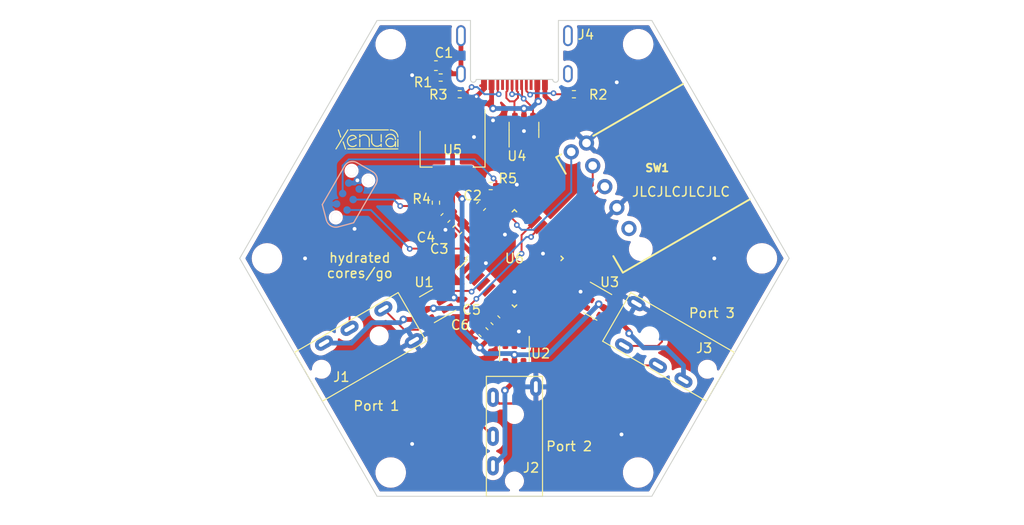
<source format=kicad_pcb>
(kicad_pcb (version 20211014) (generator pcbnew)

  (general
    (thickness 1.6)
  )

  (paper "A4")
  (layers
    (0 "F.Cu" signal)
    (31 "B.Cu" signal)
    (32 "B.Adhes" user "B.Adhesive")
    (33 "F.Adhes" user "F.Adhesive")
    (34 "B.Paste" user)
    (35 "F.Paste" user)
    (36 "B.SilkS" user "B.Silkscreen")
    (37 "F.SilkS" user "F.Silkscreen")
    (38 "B.Mask" user)
    (39 "F.Mask" user)
    (40 "Dwgs.User" user "User.Drawings")
    (41 "Cmts.User" user "User.Comments")
    (42 "Eco1.User" user "User.Eco1")
    (43 "Eco2.User" user "User.Eco2")
    (44 "Edge.Cuts" user)
    (45 "Margin" user)
    (46 "B.CrtYd" user "B.Courtyard")
    (47 "F.CrtYd" user "F.Courtyard")
    (48 "B.Fab" user)
    (49 "F.Fab" user)
    (50 "User.1" user)
    (51 "User.2" user)
    (52 "User.3" user)
    (53 "User.4" user)
    (54 "User.5" user)
    (55 "User.6" user)
    (56 "User.7" user)
    (57 "User.8" user)
    (58 "User.9" user)
  )

  (setup
    (stackup
      (layer "F.SilkS" (type "Top Silk Screen"))
      (layer "F.Paste" (type "Top Solder Paste"))
      (layer "F.Mask" (type "Top Solder Mask") (thickness 0.01))
      (layer "F.Cu" (type "copper") (thickness 0.035))
      (layer "dielectric 1" (type "core") (thickness 1.51) (material "FR4") (epsilon_r 4.5) (loss_tangent 0.02))
      (layer "B.Cu" (type "copper") (thickness 0.035))
      (layer "B.Mask" (type "Bottom Solder Mask") (thickness 0.01))
      (layer "B.Paste" (type "Bottom Solder Paste"))
      (layer "B.SilkS" (type "Bottom Silk Screen"))
      (copper_finish "None")
      (dielectric_constraints no)
    )
    (pad_to_mask_clearance 0)
    (pcbplotparams
      (layerselection 0x00010fc_ffffffff)
      (disableapertmacros false)
      (usegerberextensions false)
      (usegerberattributes true)
      (usegerberadvancedattributes true)
      (creategerberjobfile true)
      (svguseinch false)
      (svgprecision 6)
      (excludeedgelayer true)
      (plotframeref false)
      (viasonmask false)
      (mode 1)
      (useauxorigin false)
      (hpglpennumber 1)
      (hpglpenspeed 20)
      (hpglpendiameter 15.000000)
      (dxfpolygonmode true)
      (dxfimperialunits true)
      (dxfusepcbnewfont true)
      (psnegative false)
      (psa4output false)
      (plotreference true)
      (plotvalue true)
      (plotinvisibletext false)
      (sketchpadsonfab false)
      (subtractmaskfromsilk false)
      (outputformat 1)
      (mirror false)
      (drillshape 1)
      (scaleselection 1)
      (outputdirectory "")
    )
  )

  (net 0 "")
  (net 1 "Net-(C1-Pad1)")
  (net 2 "GND")
  (net 3 "Net-(C2-Pad2)")
  (net 4 "+3V3")
  (net 5 "Net-(J1-PadR1)")
  (net 6 "Net-(J1-PadR2)")
  (net 7 "Net-(J2-PadR1)")
  (net 8 "Net-(J2-PadR2)")
  (net 9 "Net-(J3-PadR1)")
  (net 10 "Net-(J3-PadR2)")
  (net 11 "/SWDIO")
  (net 12 "/RST")
  (net 13 "/SWCLK")
  (net 14 "unconnected-(J5-Pad6)")
  (net 15 "Net-(J4-PadA5)")
  (net 16 "Net-(J4-PadB5)")
  (net 17 "/P1_SCL")
  (net 18 "/P1_SDA")
  (net 19 "/P2_SCL")
  (net 20 "/P2_SDA")
  (net 21 "/P3_SCL")
  (net 22 "/P3_SDA")
  (net 23 "/USBD-")
  (net 24 "/USBD+")
  (net 25 "/DP")
  (net 26 "VBUS")
  (net 27 "/DM")
  (net 28 "unconnected-(U6-Pad1)")
  (net 29 "unconnected-(U6-Pad2)")
  (net 30 "unconnected-(U6-Pad3)")
  (net 31 "unconnected-(U6-Pad4)")
  (net 32 "unconnected-(U6-Pad7)")
  (net 33 "unconnected-(U6-Pad8)")
  (net 34 "unconnected-(U6-Pad13)")
  (net 35 "unconnected-(U6-Pad14)")
  (net 36 "unconnected-(U6-Pad15)")
  (net 37 "unconnected-(U6-Pad16)")
  (net 38 "unconnected-(U6-Pad5)")
  (net 39 "unconnected-(U6-Pad27)")
  (net 40 "unconnected-(J4-PadA8)")
  (net 41 "unconnected-(J4-PadB8)")
  (net 42 "/SW1")
  (net 43 "/SW_A")
  (net 44 "/SW_B")
  (net 45 "unconnected-(U6-Pad6)")

  (footprint "Package_TO_SOT_SMD:SOT-23-6" (layer "F.Cu") (at 187 52 -150))

  (footprint "pj320a:Jack_3.5mm_PJ320A_Horizontal" (layer "F.Cu") (at 175.229681 58.65 30))

  (footprint "MountingHole:MountingHole_2.2mm_M2_DIN965" (layer "F.Cu") (at 208.5 69.5))

  (footprint "Package_TO_SOT_SMD:SOT-23-6" (layer "F.Cu") (at 195.5 57 -90))

  (footprint "MountingHole:MountingHole_2.2mm_M2_DIN965" (layer "F.Cu") (at 182.5 24.5))

  (footprint "Resistor_SMD:R_0402_1005Metric_Pad0.72x0.64mm_HandSolder" (layer "F.Cu") (at 187.25 41.1525 -90))

  (footprint "Resistor_SMD:R_0402_1005Metric_Pad0.72x0.64mm_HandSolder" (layer "F.Cu") (at 189.75 29.75))

  (footprint "Capacitor_SMD:C_0603_1608Metric_Pad1.08x0.95mm_HandSolder" (layer "F.Cu") (at 192.25 54.75 135))

  (footprint "MountingHole:MountingHole_2.2mm_M2_DIN965" (layer "F.Cu") (at 208.5 24.5))

  (footprint "Capacitor_SMD:C_0603_1608Metric_Pad1.08x0.95mm_HandSolder" (layer "F.Cu") (at 189.5 44 -135))

  (footprint "Package_TO_SOT_SMD:SOT-23-6" (layer "F.Cu") (at 196.5 33.5 90))

  (footprint "MountingHole:MountingHole_2.2mm_M2_DIN965" (layer "F.Cu") (at 169.5 47))

  (footprint "Resistor_SMD:R_0402_1005Metric_Pad0.72x0.64mm_HandSolder" (layer "F.Cu") (at 201.75 29.75))

  (footprint "Capacitor_SMD:C_0603_1608Metric_Pad1.08x0.95mm_HandSolder" (layer "F.Cu") (at 187.25 26.75 180))

  (footprint "Capacitor_SMD:C_0603_1608Metric_Pad1.08x0.95mm_HandSolder" (layer "F.Cu") (at 192 41.5 -135))

  (footprint "Resistor_SMD:R_0402_1005Metric_Pad0.72x0.64mm_HandSolder" (layer "F.Cu") (at 187.75 28 180))

  (footprint "xenua:USB_C_Receptacle_GCT_USB4510" (layer "F.Cu") (at 195.5 22 180))

  (footprint "pj320a:Jack_3.5mm_PJ320A_Horizontal" (layer "F.Cu") (at 215.770319 58.65 150))

  (footprint "pj320a:Jack_3.5mm_PJ320A_Horizontal" (layer "F.Cu") (at 195.5 70.4 90))

  (footprint "xenua:EVQWGD001" (layer "F.Cu") (at 210.5 37.75 30))

  (footprint "xenua:sig" (layer "F.Cu") (at 176.75 35.5))

  (footprint "Package_QFP:TQFP-32_7x7mm_P0.8mm" (layer "F.Cu") (at 195.5 47 45))

  (footprint "Package_TO_SOT_SMD:SOT-223-3_TabPin2" (layer "F.Cu") (at 189 35.5 -90))

  (footprint "Capacitor_SMD:C_0603_1608Metric_Pad1.08x0.95mm_HandSolder" (layer "F.Cu") (at 188.25 42.75 -135))

  (footprint "MountingHole:MountingHole_2.2mm_M2_DIN965" (layer "F.Cu") (at 182.5 69.5))

  (footprint "Resistor_SMD:R_0402_1005Metric_Pad0.72x0.64mm_HandSolder" (layer "F.Cu") (at 193.0025 39.4 180))

  (footprint "Package_TO_SOT_SMD:SOT-23-6" (layer "F.Cu") (at 204.25 51.75 -30))

  (footprint "MountingHole:MountingHole_2.2mm_M2_DIN965" (layer "F.Cu") (at 221.5 47))

  (footprint "Capacitor_SMD:C_0603_1608Metric_Pad1.08x0.95mm_HandSolder" (layer "F.Cu") (at 193.5 53.5 135))

  (footprint "xenua:TC2030" (layer "B.Cu") (at 178 40.5 60))

  (gr_line (start 195.5 28.3) (end 196.5 28.3) (layer "Dwgs.User") (width 0.15) (tstamp 31bd80de-4bb5-4c77-a663-2affc4147372))
  (gr_line (start 195.5 28.3) (end 194.5 28.3) (layer "Dwgs.User") (width 0.15) (tstamp 944dbd01-505d-494d-9f63-f2c8bd1db418))
  (gr_line (start 224.368 47) (end 209.934 72) (layer "Edge.Cuts") (width 0.1) (tstamp 0743bc59-afe2-4752-9e56-a24822d18aaa))
  (gr_line (start 181.066 22) (end 166.632 47) (layer "Edge.Cuts") (width 0.1) (tstamp 473ddb9d-3e9e-4912-a8c3-fb5b4dbbf8df))
  (gr_line (start 200.12 22) (end 209.934 22) (layer "Edge.Cuts") (width 0.1) (tstamp a6571e26-fdcf-48c3-8604-da94c9af25e8))
  (gr_line (start 181.066 72) (end 209.934 72) (layer "Edge.Cuts") (width 0.1) (tstamp c8afab4b-9964-4341-bc31-892e7e579723))
  (gr_line (start 224.368 47) (end 209.934 22) (layer "Edge.Cuts") (width 0.1) (tstamp dd35352e-d89e-484d-bef8-bac58c66a85a))
  (gr_line (start 166.632 47) (end 181.066 72) (layer "Edge.Cuts") (width 0.1) (tstamp ee989edf-8027-449d-bb77-fbb7e3e7649d))
  (gr_line (start 181.066 22) (end 190.88 22) (layer "Edge.Cuts") (width 0.1) (tstamp f46c70dd-2f86-4294-a0b2-5b136aa818ef))
  (gr_text "JLCJLCJLCJLC" (at 213 40) (layer "F.SilkS") (tstamp 3cff9632-c0d1-423d-b7ef-7c7f7b70ce8b)
    (effects (font (size 1 1) (thickness 0.15)))
  )
  (gr_text "Port 3" (at 216.25 52.75) (layer "F.SilkS") (tstamp 5766246d-539d-4256-86a4-9f8349610f84)
    (effects (font (size 1 1) (thickness 0.15)))
  )
  (gr_text "hydrated\ncores/go" (at 179.25 47.75) (layer "F.SilkS") (tstamp 7aeda96c-46b8-4006-b414-502a4fefdd07)
    (effects (font (size 1 1) (thickness 0.15)))
  )
  (gr_text "Port 2" (at 201.25 66.75) (layer "F.SilkS") (tstamp 9148d79b-a1b9-4ec5-ae49-7b2d5d0299a9)
    (effects (font (size 1 1) (thickness 0.15)))
  )
  (gr_text "Port 1" (at 181 62.5) (layer "F.SilkS") (tstamp e577fdcc-c176-4b4b-a228-e30f5b47f147)
    (effects (font (size 1 1) (thickness 0.15)))
  )

  (segment (start 189.88 27.6) (end 188.7475 27.6) (width 0.5) (layer "F.Cu") (net 1) (tstamp 3f1b46a9-de00-44b6-b302-95ba5d4fc7be))
  (segment (start 189.88 27.6) (end 188.9625 27.6) (width 0.5) (layer "F.Cu") (net 1) (tstamp 696e0eb6-f485-454f-b142-a24b3e59a953))
  (segment (start 189.88 23.6) (end 189.88 27.6) (width 0.5) (layer "F.Cu") (net 1) (tstamp 8ef27395-8f02-4464-91f7-6df2b86cc43f))
  (segment (start 188.7475 27.6) (end 188.3475 28) (width 0.5) (layer "F.Cu") (net 1) (tstamp a8438cf0-2b94-4a9d-8963-c8f4621cc31d))
  (segment (start 188.9625 27.6) (end 188.1125 26.75) (width 0.5) (layer "F.Cu") (net 1) (tstamp d354ecac-b3bc-4fed-903e-10d10882139b))
  (segment (start 199.5 30.75) (end 201.75 30.75) (width 0.5) (layer "F.Cu") (net 2) (tstamp 01243b79-c596-4665-b7e4-e03ed5e2d85b))
  (segment (start 188.85988 44.60988) (end 188.25 44) (width 0.5) (layer "F.Cu") (net 2) (tstamp 03719843-5435-4291-8e92-d5b393806fb9))
  (segment (start 187.64012 43.35988) (end 187.64012 43.60988) (width 0.5) (layer "F.Cu") (net 2) (tstamp 11dc4169-9f40-4605-8579-68c147f18d6b))
  (segment (start 202.3475 30.1525) (end 202.3475 29.75) (width 0.5) (layer "F.Cu") (net 2) (tstamp 13ec963b-04ef-4bfa-98f2-89920e941ff9))
  (segment (start 196.171573 50.5) (end 195.5 50.5) (width 0.5) (layer "F.Cu") (net 2) (tstamp 19231caf-260d-414a-8f99-844fa96fa85d))
  (segment (start 191.3 32.35) (end 191.3 34.2) (width 0.5) (layer "F.Cu") (net 2) (tstamp 1ef98e3c-1ed0-4ea3-997b-56d6e4637e06))
  (segment (start 203.13075 51.18125) (end 202.4495 50.5) (width 0.5) (layer "F.Cu") (net 2) (tstamp 215ce0f6-5af5-4b67-ae69-b288192d34e1))
  (segment (start 188.89012 44.60988) (end 188.85988 44.60988) (width 0.5) (layer "F.Cu") (net 2) (tstamp 3a447120-bb13-4c44-a114-ff648619224b))
  (segment (start 191.64012 54.14012) (end 191.34012 54.14012) (width 0.5) (layer "F.Cu") (net 2) (tstamp 4301754c-6d5d-4383-afc6-8c9a9e772a4c))
  (segment (start 191.3 32.35) (end 193.1 32.35) (width 0.5) (layer "F.Cu") (net 2) (tstamp 55f1c4af-adb5-49e0-ace7-9fc384f5d29d))
  (segment (start 193.565686 44.5) (end 194.5 44.5) (width 0.5) (layer "F.Cu") (net 2) (tstamp 671095b0-ed5a-4ae7-ac85-9ee83cba59d8))
  (segment (start 187.64012 43.39012) (end 188.25 44) (width 0.5) (layer "F.Cu") (net 2) (tstamp 6fc9f2c2-bef9-48e2-9027-eb42ac7b78fe))
  (segment (start 193.1 32.35) (end 193.25 32.5) (width 0.5) (layer "F.Cu") (net 2) (tstamp 76bbad38-00e2-41b2-9ddd-aff8d95e873f))
  (segment (start 187.64012 43.35988) (end 187.64012 43.39012) (width 0.5) (layer "F.Cu") (net 2) (tstamp 8143a189-78e8-4949-9928-620769923d07))
  (segment (start 192.777639 43.711953) (end 193.565686 44.5) (width 0.5) (layer "F.Cu") (net 2) (tstamp 844267ab-0c59-45ad-9cf9-19c1e73a2831))
  (segment (start 191.3 32.35) (end 191.3 32.45) (width 0.5) (layer "F.Cu") (net 2) (tstamp 86b0791e-e64d-41a6-9b4e-9b2d1dee1dac))
  (segment (start 192.3 28.75) (end 192.3 29.200489) (width 0.5) (layer "F.Cu") (net 2) (tstamp 8732a11f-3ef6-4396-b98d-830ac6bfa2c8))
  (segment (start 198.7 29.95) (end 198.7 28.75) (width 0.5) (layer "F.Cu") (net 2) (tstamp 89e4cfba-750c-4083-acc4-ed21bb6833df))
  (segment (start 188.296732 51.119622) (end 189.130378 51.119622) (width 0.5) (layer "F.Cu") (net 2) (tstamp 976eff56-3816-452d-9c77-d211b78adaef))
  (segment (start 187.985104 51.43125) (end 188.296732 51.119622) (width 0.5) (layer "F.Cu") (net 2) (tstamp 9821fdbc-a1cd-4bf4-b25b-5f699978c34b))
  (segment (start 191.3 34.2) (end 191.25 34.25) (width 0.5) (layer "F.Cu") (net 2) (tstamp 9a5c3670-eaa7-4dcf-9286-43ba42ac67e7))
  (segment (start 196.5 34.6375) (end 196.5 33.6245) (width 0.5) (layer "F.Cu") (net 2) (tstamp a3af9b14-6380-4eca-a818-510262168f6c))
  (segment (start 203.264896 51.18125) (end 203.13075 51.18125) (width 0.5) (layer "F.Cu") (net 2) (tstamp a6e977e2-d6fd-497d-8dbf-799018d7fc04))
  (segment (start 201.75 30.75) (end 202.3475 30.1525) (width 0.5) (layer "F.Cu") (net 2) (tstamp a945a064-87fa-4c73-a3a4-1a959dcf5758))
  (segment (start 192.60988 40.89012) (end 192.85988 40.89012) (width 0.5) (layer "F.Cu") (net 2) (tstamp b9c85551-8712-46b2-8570-ce78df9e2527))
  (segment (start 199.5 30.75) (end 198.7 29.95) (width 0.5) (layer "F.Cu") (net 2) (tstamp bb5948b2-3dac-442f-abc5-abb89dbc4ff5))
  (segment (start 195.5 55.8625) (end 195.5 55.144439) (width 0.5) (layer "F.Cu") (net 2) (tstamp bd5982a1-f298-433e-aa00-1ad636989dff))
  (segment (start 197.09099 51.419417) (end 196.171573 50.5) (width 0.5) (layer "F.Cu") (net 2) (tstamp cb6c4e8c-26d9-4358-bd61-00ae2e9a6b1a))
  (segment (start 192.3 29.200489) (end 191.5 30.000489) (width 0.5) (layer "F.Cu") (net 2) (tstamp d2070829-6614-4d36-90ec-2c8dd2f421fd))
  (segment (start 191.3 32.45) (end 191.25 32.5) (width 0.5) (layer "F.Cu") (net 2) (tstamp e8fa3293-2de2-4a5a-9283-356607904c7c))
  (segment (start 195.5 55.144439) (end 195.964813 54.679626) (width 0.5) (layer "F.Cu") (net 2) (tstamp fae566e4-cd29-42fd-a0cf-1046552b93b0))
  (via (at 216.5 47) (size 0.8) (drill 0.4) (layers "F.Cu" "B.Cu") (free) (net 2) (tstamp 03236581-83d5-46f9-9b92-dfba08a17e3e))
  (via (at 191.25 34.25) (size 0.8) (drill 0.4) (layers "F.Cu" "B.Cu") (net 2) (tstamp 1c4bf035-050b-405c-bea5-ceb3db0151fd))
  (via (at 195.964813 54.679626) (size 0.8) (drill 0.4) (layers "F.Cu" "B.Cu") (net 2) (tstamp 2eb2e4d3-f2ce-4f29-9070-1c4837a13861))
  (via (at 188.25 44) (size 0.8) (drill 0.4) (layers "F.Cu" "B.Cu") (net 2) (tstamp 2fe521ff-d6d1-4c05-8296-4c946423024c))
  (via (at 194.5 44.5) (size 0.8) (drill 0.4) (layers "F.Cu" "B.Cu") (free) (net 2) (tstamp 3b4c2257-f4dd-4ad9-b415-910c47910fb8))
  (via (at 192.5 47.5) (size 0.8) (drill 0.4) (layers "F.Cu" "B.Cu") (free) (net 2) (tstamp 43044d53-b707-4d3a-afb5-42d6b6af2e7c))
  (via (at 179 38.8) (size 0.8) (drill 0.4) (layers "F.Cu" "B.Cu") (net 2) (tstamp 597b0715-ddcb-46c8-a51c-3191094d3d9d))
  (via (at 195.5 50.5) (size 0.8) (drill 0.4) (layers "F.Cu" "B.Cu") (free) (net 2) (tstamp 6431d07b-1cc3-48bf-98c9-a73b1e3fc17b))
  (via (at 173.5 47) (size 0.8) (drill 0.4) (layers "F.Cu" "B.Cu") (free) (net 2) (tstamp 841a072b-b3fa-45b8-a76b-f9a5c81a1364))
  (via (at 191.5 30.000489) (size 0.6) (drill 0.3) (layers "F.Cu" "B.Cu") (net 2) (tstamp 91f3669f-b5e2-4adf-afb0-e37eed958e60))
  (via (at 202.4495 50.5) (size 0.8) (drill 0.4) (layers "F.Cu" "B.Cu") (net 2) (tstamp 9707b9bf-a5fc-4e09-aebe-5bc06e829499))
  (via (at 206.75 65.5) (size 0.8) (drill 0.4) (layers "F.Cu" "B.Cu") (free) (net 2) (tstamp adb90deb-6853-4230-a382-6c8831b3f4f3))
  (via (at 198.5 46.5) (size 0.8) (drill 0.4) (layers "F.Cu" "B.Cu") (free) (net 2) (tstamp b439546a-c621-4887-b3aa-bc0ca20da5cb))
  (via (at 189.130378 51.119622) (size 0.8) (drill 0.4) (layers "F.Cu" "B.Cu") (net 2) (tstamp b6eda8ee-c639-4010-a71e-f418426c448a))
  (via (at 195.75 39.25) (size 0.8) (drill 0.4) (layers "F.Cu" "B.Cu") (free) (net 2) (tstamp bc4305ae-ca06-4789-823d-45aef5e290e2))
  (via (at 184.75 27.75) (size 0.8) (drill 0.4) (layers "F.Cu" "B.Cu") (free) (net 2) (tstamp c490a0cc-a139-4ae9-b6ad-1f989dec564b))
  (via (at 193.25 32.5) (size 0.8) (drill 0.4) (layers "F.Cu" "B.Cu") (net 2) (tstamp c569fb6a-628e-48b4-805b-d04f577f815a))
  (via (at 196.5 33.6245) (size 0.8) (drill 0.4) (layers "F.Cu" "B.Cu") (net 2) (tstamp d52eb3e6-c3f0-4f18-ac0b-40f1f9e6fd5e))
  (via (at 206.25 28.5) (size 0.8) (drill 0.4) (layers "F.Cu" "B.Cu") (free) (net 2) (tstamp f0d4f2d5-ebc4-472c-9ad0-46e60ab32a6a))
  (via (at 184.75 66.5) (size 0.8) (drill 0.4) (layers "F.Cu" "B.Cu") (free) (net 2) (tstamp fd8cd4a1-8cce-4033-93c0-c4b68cc71c6b))
  (segment (start 178.085074 39.082648) (end 178.717352 39.082648) (width 0.5) (layer "B.Cu") (net 2) (tstamp 1aa3f171-41fb-4996-b859-ebaf6b23ca11))
  (segment (start 178.717352 39.082648) (end 179 38.8) (width 0.5) (layer "B.Cu") (net 2) (tstamp 7f64bad9-282f-4aea-96af-977657f8be67))
  (segment (start 192.211953 44.277639) (end 191.39012 43.455806) (width 0.3) (layer "F.Cu") (net 3) (tstamp 1bd98adf-6059-495f-94b7-9f4ef4e778fb))
  (segment (start 191.39012 43.455806) (end 191.39012 42.10988) (width 0.3) (layer "F.Cu") (net 3) (tstamp 22f790b9-c1d9-412d-ac0e-7bd254369216))
  (segment (start 190.10988 43.39012) (end 188.85988 42.14012) (width 0.5) (layer "F.Cu") (net 4) (tstamp 0376f97d-4fda-40e2-8ae7-be256dd0b17a))
  (segment (start 205.235104 52.31875) (end 204.864321 52.31875) (width 0.5) (layer "F.Cu") (net 4) (tstamp 04cd1be7-98f7-4cec-9bc2-093fcec1606d))
  (segment (start 189 38.65) (end 189 42) (width 0.5) (layer "F.Cu") (net 4) (tstamp 04d8fd5a-af67-40da-a8c2-f7fab9d79c3b))
  (segment (start 192.85988 55.39012) (end 191.875 56.375) (width 0.5) (layer "F.Cu") (net 4) (tstamp 1d81386a-c764-455e-a123-419b6cfd4065))
  (segment (start 191.646268 44.843324) (end 191.563084 44.843324) (width 0.5) (layer "F.Cu") (net 4) (tstamp 23bdbd44-4a30-4d2c-b3c5-4d4dfb6ad7d1))
  (segment (start 186.014896 52.56875) (end 185.165399 53.418247) (width 0.5) (layer "F.Cu") (net 4) (tstamp 32dcc70a-1e38-4dff-8bd2-7fe6cd7ba6cd))
  (segment (start 195.5 58.1375) (end 195.5 59.8755) (width 0.5) (layer "F.Cu") (net 4) (tstamp 37df637f-662f-40f0-adc0-7d1db39f5ebd))
  (segment (start 189 32.35) (end 189 38.65) (width 0.5) (layer "F.Cu") (net 4) (tstamp 37ffdb94-6f74-4094-8d04-8477df25c710))
  (segment (start 187 52.25) (end 186.333646 52.25) (width 0.5) (layer "F.Cu") (net 4) (tstamp 4fd2be35-f3dc-4152-8d6b-941d855e1521))
  (segment (start 189 39.75) (end 190 40.75) (width 0.5) (layer "F.Cu") (net 4) (tstamp 5f0d7789-3d8e-4525-b01d-b4b0497082e8))
  (segment (start 191.563084 44.843324) (end 190.10988 43.39012) (width 0.5) (layer "F.Cu") (net 4) (tstamp 653c887b-6912-4e12-9d5b-b353929ef1fc))
  (segment (start 205.235104 52.31875) (end 205.31875 52.31875) (width 0.5) (layer "F.Cu") (net 4) (tstamp 6a1464e6-525c-4f06-8066-5df619f0f8e1))
  (segment (start 189 42) (end 188.85988 42.14012) (width 0.5) (layer "F.Cu") (net 4) (tstamp 80b217b0-d0e1-4411-b435-32e96c858e1f))
  (segment (start 196.234657 51.985103) (end 194.10988 54.10988) (width 0.5) (layer "F.Cu") (net 4) (tstamp 83428e0e-6169-45e1-8979-696ca9eea4f3))
  (segment (start 204.864321 52.31875) (end 204.357821 51.81225) (width 0.5) (layer "F.Cu") (net 4) (tstamp 87595e44-a48a-4a99-85f5-ef2ea90c9e37))
  (segment (start 207.5505 54.634146) (end 207.5505 54.880378) (width 0.5) (layer "F.Cu") (net 4) (tstamp 8b5bfda2-79a7-4762-a6d8-16647750378e))
  (segment (start 205.235104 52.31875) (end 207.5505 54.634146) (width 0.5) (layer "F.Cu") (net 4) (tstamp 9e999c9d-e058-4f07-9aa3-a9dc594b76bf))
  (segment (start 187.25 40.4) (end 189 38.65) (width 0.5) (layer "F.Cu") (net 4) (tstamp 9f57eebc-b460-4a82-8171-ddd51d1041fb))
  (segment (start 196.525305 51.985103) (end 196.234657 51.985103) (width 0.5) (layer "F.Cu") (net 4) (tstamp a9eb8cd6-d2df-495d-97f8-cf25705e5da3))
  (segment (start 187.25 40.555) (end 187.25 40.4) (width 0.5) (layer "F.Cu") (net 4) (tstamp b42c2237-55bc-47ec-aacd-3cf43e17f2d4))
  (segment (start 195.5 59.8755) (end 194.5 60.8755) (width 0.5) (layer "F.Cu") (net 4) (tstamp b98b2aa4-f17c-4944-a63b-517efd27344b))
  (segment (start 194.10988 54.10988) (end 192.85988 55.35988) (width 0.5) (layer "F.Cu") (net 4) (tstamp c71cbc25-a226-480e-9120-4c90056547ed))
  (segment (start 192.85988 55.35988) (end 192.85988 55.39012) (width 0.5) (layer "F.Cu") (net 4) (tstamp d9762b98-452e-45a8-941b-a35ffe0e2d4c))
  (segment (start 185.165399 53.418247) (end 183.831753 53.418247) (width 0.5) (layer "F.Cu") (net 4) (tstamp db128544-f66c-42f4-beb9-1d8c80c15d88))
  (segment (start 182.045 40.555) (end 178.7 43.9) (width 0.5) (layer "F.Cu") (net 4) (tstamp f1fb53b4-0b5d-4b42-a43c-66d18d5c3ea2))
  (segment (start 186.333646 52.25) (end 186.014896 52.56875) (width 0.5) (layer "F.Cu") (net 4) (tstamp f358ac6b-17e0-4c47-9f05-8773630c08f8))
  (segment (start 187.25 40.555) (end 182.045 40.555) (width 0.5) (layer "F.Cu") (net 4) (tstamp f652871f-4b78-4996-9d21-61fbd0029dee))
  (segment (start 195.5 58.1375) (end 195.5 57.1245) (width 0.5) (layer "F.Cu") (net 4) (tstamp fa5ea037-1b76-4529-80bf-e23d4b9a0e7b))
  (segment (start 189 38.65) (end 189 39.75) (width 0.5) (layer "F.Cu") (net 4) (tstamp fa65d098-5ecb-45ca-921d-eeb8930cd867))
  (via (at 207.5505 54.880378) (size 0.8) (drill 0.4) (layers "F.Cu" "B.Cu") (net 4) (tstamp 15841606-09ac-42c9-ac6d-455675705d16))
  (via (at 190 40.75) (size 0.8) (drill 0.4) (layers "F.Cu" "B.Cu") (net 4) (tstamp 1fd275a0-197e-4d60-9ea7-4acf500af443))
  (via (at 191.875 56.375) (size 0.8) (drill 0.4) (layers "F.Cu" "B.Cu") (net 4) (tstamp 386c9c06-9604-4504-9e90-3a42cced6a3c))
  (via (at 195.5 57.1245) (size 0.8) (drill 0.4) (layers "F.Cu" "B.Cu") (net 4) (tstamp 3cf37809-8882-441f-bd8e-11eadeb9b4f2))
  (via (at 194.5 60.8755) (size 0.8) (drill 0.4) (layers "F.Cu" "B.Cu") (net 4) (tstamp 4e3faa3b-685b-4b59-bbf2-b4a54ad2dfc1))
  (via (at 183.831753 53.418247) (size 0.8) (drill 0.4) (layers "F.Cu" "B.Cu") (net 4) (tstamp 60d2675f-2544-4550-ba8e-d0ef2889d24f))
  (via (at 187 52.25) (size 0.8) (drill 0.4) (layers "F.Cu" "B.Cu") (net 4) (tstamp 88c5b4a9-3364-45ea-b9c0-bb33f0271133))
  (via (at 204.357821 51.81225) (size 0.8) (drill 0.4) (layers "F.Cu" "B.Cu") (net 4) (tstamp b9112406-6880-496a-8cf3-329d93d8abc3))
  (via (at 178.7 43.9) (size 0.8) (drill 0.4) (layers "F.Cu" "B.Cu") (net 4) (tstamp f0e6a45c-3b82-4022-a23d-f0e0692c58d3))
  (segment (start 199.045571 57.1245) (end 204.357821 51.81225) (width 0.5) (layer "B.Cu") (net 4) (tstamp 06ce9a2f-62c9-4ebd-81db-3fa9016ba633))
  (segment (start 190 40.75) (end 190 51.5) (width 0.5) (layer "B.Cu") (net 4) (tstamp 06cf9d8c-80ee-474a-9941-3419d77ef170))
  (segment (start 175.3 43.1) (end 175.3 42.242447) (width 0.5) (layer "B.Cu") (net 4) (tstamp 0e7ba3ef-b68f-44c0-b288-94038a0cda95))
  (segment (start 190 52.25) (end 187 52.25) (width 0.5) (layer "B.Cu") (net 4) (tstamp 0f2345df-1720-4a1d-8df4-9dea06adef0f))
  (segment (start 194.5 60.8755) (end 194.5 67.55) (width 0.5) (layer "B.Cu") (net 4) (tstamp 1054d765-304e-44ee-a408-f73ba3541d44))
  (segment (start 190 54.5) (end 191.875 56.375) (width 0.5) (layer "B.Cu") (net 4) (tstamp 19a9d3b5-5aa1-449e-ab8e-d103756ba404))
  (segment (start 191.875 56.375) (end 192.5 57) (width 0.5) (layer "B.Cu") (net 4) (tstamp 1c370c68-124e-4b3b-87da-08abf9cdb16f))
  (segment (start 183.831753 53.418247) (end 183.5 53.75) (width 0.5) (layer "B.Cu") (net 4) (tstamp 3808ff98-c381-4bc8-9063-5fab6223c5fb))
  (segment (start 180.515644 53.75) (end 178.364201 55.901443) (width 0.5) (layer "B.Cu") (net 4) (tstamp 3f9a7152-7e4a-4640-b4c9-cab06e70526d))
  (segment (start 192.5 57) (end 195.3755 57) (width 0.5) (layer "B.Cu") (net 4) (tstamp 41eb36ad-85e7-4f39-8dca-cb50bceb3b2a))
  (segment (start 207.5505 54.880378) (end 209.070122 56.4) (width 0.5) (layer "B.Cu") (net 4) (tstamp 48c439fd-8a6d-4e60-bfad-1018cdb1bb64))
  (segment (start 178.7 43.9) (end 176.1 43.9) (width 0.5) (layer "B.Cu") (net 4) (tstamp 4d364e96-ff12-4d22-b3a6-a6c7764a6cb5))
  (segment (start 209.070122 56.4) (end 211.4 56.4) (width 0.5) (layer "B.Cu") (net 4) (tstamp 6a72969c-584a-408a-8c75-b04f16c58fd0))
  (segment (start 183.5 53.75) (end 180.515644 53.75) (width 0.5) (layer "B.Cu") (net 4) (tstamp 8ed34d6f-8f07-44c1-a2a3-f184d6d9a08f))
  (segment (start 195.3755 57) (end 195.5 57.1245) (width 0.5) (layer "B.Cu") (net 4) (tstamp 933a5253-1d0e-4516-b330-14ba65ca36d4))
  (segment (start 176.260095 41.282352) (end 176.815074 41.282352) (width 0.5) (layer "B.Cu") (net 4) (tstamp 9944fcaa-e03d-492d-aaac-8117ed96d434))
  (segment (start 176.1 43.9) (end 175.3 43.1) (width 0.5) (layer "B.Cu") (net 4) (tstamp a28dd042-708e-47a9-b1a9-6cf5ef89f619))
  (segment (start 195.5 57.1245) (end 199.045571 57.1245) (width 0.5) (layer "B.Cu") (net 4) (tstamp ab21e7a8-ef62-40a0-a378-209c765cc4bb))
  (segment (start 204.357821 51.81225) (end 204.357821 51.892179) (width 0.5) (layer "B.Cu") (net 4) (tstamp b47a98da-d24c-4742-b64e-3ffd9972ce0f))
  (segment (start 211.4 56.4) (end 213.259678 58.259678) (width 0.5) (layer "B.Cu") (net 4) (tstamp b6af3339-77e3-4805-9423-056f5e2a366f))
  (segment (start 213.259678 58.259678) (end 213.259678 59.798557) (width 0.5) (layer "B.Cu") (net 4) (tstamp be23aa73-d1da-4488-a1e1-b3cf08c1510c))
  (segment (start 190 52.25) (end 190 54.5) (width 0.5) (layer "B.Cu") (net 4) (tstamp c60c4acf-3d6f-48da-b735-ac7a7ae5c6f8))
  (segment (start 175.3 42.242447) (end 176.260095 41.282352) (width 0.5) (layer "B.Cu") (net 4) (tstamp ccc11cb7-829f-4bbc-8fcb-c3973728b49c))
  (segment (start 190 51.5) (end 190 52.25) (width 0.5) (layer "B.Cu") (net 4) (tstamp d648426c-8d06-4374-a9d5-f0dd792d2bcf))
  (segment (start 178.364201 55.901443) (end 175.490322 55.901443) (width 0.5) (layer "B.Cu") (net 4) (tstamp e5ad5b73-1a14-43b4-b264-e78da8de87af))
  (segment (start 194.5 67.55) (end 193.25 68.8) (width 0.5) (layer "B.Cu") (net 4) (tstamp f993d1dc-6946-40ed-b85c-1fb14a3842b8))
  (segment (start 186.489896 53.391474) (end 185.38137 54.5) (width 0.2) (layer "F.Cu") (net 5) (tstamp 353d10af-18da-4a76-9647-8341271e9bc7))
  (segment (start 183.924262 54.5) (end 181.725705 52.301443) (width 0.2) (layer "F.Cu") (net 5) (tstamp 9db3c135-a7d1-4169-863d-387a1cae1452))
  (segment (start 185.38137 54.5) (end 183.924262 54.5) (width 0.2) (layer "F.Cu") (net 5) (tstamp c11d72ca-3e41-4275-9076-51eecae6a09c))
  (segment (start 184.29387 50.5) (end 180.5 50.5) (width 0.2) (layer "F.Cu") (net 6) (tstamp 28735097-78ba-4ee8-81ae-409197c70305))
  (segment (start 185.539896 51.746026) (end 184.29387 50.5) (width 0.2) (layer "F.Cu") (net 6) (tstamp 53af02fe-5e71-4006-828c-d42765cd6a8f))
  (segment (start 180.5 50.5) (end 178.175 52.825) (width 0.2) (layer "F.Cu") (net 6) (tstamp c6c2dde5-ac0c-4e64-8327-e95b073235c7))
  (segment (start 178.175 52.825) (end 178.175 54.351443) (width 0.2) (layer "F.Cu") (net 6) (tstamp f4b1fa00-7406-401d-8a77-cbd0708ac181))
  (segment (start 193.9 62.25) (end 193.25 61.6) (width 0.25) (layer "F.Cu") (net 7) (tstamp 4eefa2b9-0a99-4c31-a73e-dce3db494272))
  (segment (start 196.45 61.55) (end 195.75 62.25) (width 0.25) (layer "F.Cu") (net 7) (tstamp 86e056d6-76c2-4709-978d-24c455de32ce))
  (segment (start 196.45 58.1375) (end 196.45 61.55) (width 0.25) (layer "F.Cu") (net 7) (tstamp b44709c6-5ba2-4a10-89f2-e6e6dd62901a))
  (segment (start 195.75 62.25) (end 193.9 62.25) (width 0.25) (layer "F.Cu") (net 7) (tstamp da11773f-51dd-4c3c-9be6-17f5dce699bf))
  (segment (start 194.55 58.1375) (end 193.8625 58.1375) (width 0.25) (layer "F.Cu") (net 8) (tstamp 254f268c-baf2-4dbe-bb24-9eda39397444))
  (segment (start 191.75 60.25) (end 191.75 64.2) (width 0.25) (layer "F.Cu") (net 8) (tstamp 2ff79a41-9f22-4fe1-94d5-4ed29213b079))
  (segment (start 193.8625 58.1375) (end 191.75 60.25) (width 0.25) (layer "F.Cu") (net 8) (tstamp 5549b63e-a6a1-4dc2-962d-37089633fd05))
  (segment (start 191.75 64.2) (end 193.25 65.7) (width 0.25) (layer "F.Cu") (net 8) (tstamp c273d2f8-f30a-40a7-abbc-97e240c283ea))
  (segment (start 211 55.75) (end 210.551443 56.198557) (width 0.2) (layer "F.Cu") (net 9) (tstamp 2682afd4-79fa-47be-adb0-0d9f611adcbd))
  (segment (start 207.964078 53.75) (end 210.25 53.75) (width 0.2) (layer "F.Cu") (net 9) (tstamp 43122158-74fb-4bff-a206-ea7936e5b044))
  (segment (start 205.710104 51.496026) (end 207.964078 53.75) (width 0.2) (layer "F.Cu") (net 9) (tstamp 68593248-e9b3-4285-a3d7-62c709eacbc3))
  (segment (start 210.551443 56.198557) (end 207.024295 56.198557) (width 0.2) (layer "F.Cu") (net 9) (tstamp 6b3b47f6-b791-455c-83c8-d68e8001aff5))
  (segment (start 210.25 53.75) (end 211 54.5) (width 0.2) (layer "F.Cu") (net 9) (tstamp 8ae1655f-dd6c-4501-b11a-17fc61c86d1c))
  (segment (start 211 54.5) (end 211 55.75) (width 0.2) (layer "F.Cu") (net 9) (tstamp eb2a59e5-ee5d-46c4-b8fa-0207a14e1124))
  (segment (start 204.760104 53.141474) (end 204.760104 56.760104) (width 0.2) (layer "F.Cu") (net 10) (tstamp 09401383-4bc5-4bb2-b306-acda0cda34a5))
  (segment (start 204.760104 56.760104) (end 206.248557 58.248557) (width 0.2) (layer "F.Cu") (net 10) (tstamp 2a54ad79-ce49-4775-b894-c6c465703efd))
  (segment (start 206.248557 58.248557) (end 210.575 58.248557) (width 0.2) (layer "F.Cu") (net 10) (tstamp fbb243d1-c4af-4ee3-acac-1bb87f0b419f))
  (segment (start 190.514897 45.974695) (end 184.525305 45.974695) (width 0.2) (layer "F.Cu") (net 11) (tstamp 9eceb4af-a3dc-4b7a-bb61-ad8e7a959d57))
  (segment (start 184.525305 45.974695) (end 184.5 46) (width 0.2) (layer "F.Cu") (net 11) (tstamp a3e06744-2fd8-4931-b971-5459b7f392f4))
  (via (at 184.5 46) (size 0.6) (drill 0.3) (layers "F.Cu" "B.Cu") (net 11) (tstamp a8a6254e-d0f1-41a7-86a7-eab07c17fd66))
  (segment (start 180.417352 41.917352) (end 177.914926 41.917352) (width 0.2) (layer "B.Cu") (net 11) (tstamp 8eaaa244-7234-4fbf-b371-417b870b7db5))
  (segment (start 184.5 46) (end 180.417352 41.917352) (width 0.2) (layer "B.Cu") (net 11) (tstamp b85f44b7-c62f-4fcd-a747-9267d038d7f3))
  (segment (start 193.6 39.4) (end 193.6 38.9) (width 0.2) (layer "F.Cu") (net 12) (tstamp 5550532d-76a4-41ff-871d-d2c948724f32))
  (segment (start 193.90901 42.580583) (end 193.824269 42.580583) (width 0.2) (layer "F.Cu") (net 12) (tstamp 6357d28d-fcbd-40b7-961f-a7d692fff642))
  (segment (start 193.415035 41.294217) (end 193.6 41.109252) (width 0.2) (layer "F.Cu") (net 12) (tstamp 68047fbd-6187-46c7-bf24-d3bd6b6d1dd0))
  (segment (start 193.90901 42.580583) (end 193.415035 42.086608) (width 0.2) (layer "F.Cu") (net 12) (tstamp 783f047d-2263-4d3b-9b81-1e69adcc2407))
  (segment (start 193.6 41.109252) (end 193.6 39.4) (width 0.2) (layer "F.Cu") (net 12) (tstamp 78d6f334-91be-4b9b-b0ef-e82f5e504b7a))
  (segment (start 193.6 38.9) (end 193.3 38.6) (width 0.2) (layer "F.Cu") (net 12) (tstamp dc941f27-c0a3-4ebb-8f5e-3022f9843888))
  (segment (start 193.415035 42.086608) (end 193.415035 41.294217) (width 0.2) (layer "F.Cu") (net 12) (tstamp ea33e8b2-544f-4d1c-9f80-f2df671d0e51))
  (via (at 193.3 38.6) (size 0.6) (drill 0.3) (layers "F.Cu" "B.Cu") (net 12) (tstamp 63c395a2-584a-4018-b3c0-37821d153aed))
  (segment (start 178.1 36.6) (end 191.3 36.6) (width 0.2) (layer "B.Cu") (net 12) (tstamp 639d630f-812e-4c96-870f-e9926c37d41b))
  (segment (start 177.450074 40.1825) (end 177.450074 37.249926) (width 0.2) (layer "B.Cu") (net 12) (tstamp 999cb648-9d26-4559-86f0-628f44778428))
  (segment (start 177.450074 37.249926) (end 178.1 36.6) (width 0.2) (layer "B.Cu") (net 12) (tstamp abb6e858-a6ac-4b10-ba9b-db19d51e3d12))
  (segment (start 193.3 38.6) (end 191.3 36.6) (width 0.2) (layer "B.Cu") (net 12) (tstamp deb2c3c9-d8d9-4aea-9f17-8d89a90c7f3f))
  (segment (start 190.90901 45.40901) (end 187.25 41.75) (width 0.2) (layer "F.Cu") (net 13) (tstamp 4d9e031a-b091-4040-b188-0d03a82ddc7c))
  (segment (start 191.080583 45.40901) (end 191.080583 45.330583) (width 0.2) (layer "F.Cu") (net 13) (tstamp 4e37322c-ddea-4cc7-9278-07ecb08ab408))
  (segment (start 187 41.5) (end 183.5 41.5) (width 0.2) (layer "F.Cu") (net 13) (tstamp cb6e8c40-acd6-469e-8816-76d490b648dc))
  (segment (start 191.080583 45.40901) (end 190.90901 45.40901) (width 0.2) (layer "F.Cu") (net 13) (tstamp f166d02e-45db-4db4-87b0-a51c2129893b))
  (segment (start 187.25 41.75) (end 187 41.5) (width 0.2) (layer "F.Cu") (net 13) (tstamp f749f390-55f5-4513-9555-d81eb50c66de))
  (via (at 183.5 41.5) (size 0.6) (drill 0.3) (layers "F.Cu" "B.Cu") (net 13) (tstamp 575931b6-137f-4aea-9a99-931500ed4d72))
  (segment (start 182.8175 40.8175) (end 178.549926 40.8175) (width 0.2) (layer "B.Cu") (net 13) (tstamp 0515eed2-e2b0-43af-90fc-1949219dcd11))
  (segment (start 183.5 41.5) (end 182.8175 40.8175) (width 0.2) (layer "B.Cu") (net 13) (tstamp 2c1f83d9-3df2-4539-adb4-7f54677d333c))
  (segment (start 201.1525 29.75) (end 199.709954 29.75) (width 0.2) (layer "F.Cu") (net 15) (tstamp 1d7c71da-391f-4794-bcf7-7424ccf9ce40))
  (segment (start 196.75 29.399002) (end 197.1505 29.799502) (width 0.2) (layer "F.Cu") (net 15) (tstamp 2f8079db-710c-4859-ad0d-c38afc13e87c))
  (segment (start 196.75 28.75) (end 196.75 29.399002) (width 0.2) (layer "F.Cu") (net 15) (tstamp cd330023-e309-46ff-baed-7143880691a1))
  (segment (start 199.709954 29.75) (end 199.604977 29.645023) (width 0.2) (layer "F.Cu") (net 15) (tstamp d3a382e9-8106-4e0d-9cd6-0be5d611eeab))
  (via (at 199.604977 29.645023) (size 0.6) (drill 0.3) (layers "F.Cu" "B.Cu") (net 15) (tstamp 04b76b8f-5b44-4aaf-acf4-0aa5c5236610))
  (via (at 197.1505 29.799502) (size 0.6) (drill 0.3) (layers "F.Cu" "B.Cu") (net 15) (tstamp 5330b404-de89-4de2-ad3a-4d341b55b232))
  (segment (start 199.604977 29.645023) (end 197.304979 29.645023) (width 0.2) (layer "B.Cu") (net 15) (tstamp 4b96f7bd-21c4-428c-8ad9-b66ccc03a965))
  (segment (start 197.304979 29.645023) (end 197.1505 29.799502) (width 0.2) (layer "B.Cu") (net 15) (tstamp 97388d70-3e34-4cb6-8718-af6fe5be03eb))
  (segment (start 193.75 28.75) (end 193.75 29.55) (width 0.2) (layer "F.Cu") (net 16) (tstamp 3170a28a-c819-417b-aba7-f50f7bc98447))
  (segment (start 193.75 29.651) (end 193.8495 29.7505) (width 0.2) (layer "F.Cu") (net 16) (tstamp 4108be8f-e131-4d18-9908-79b9f0d24967))
  (segment (start 193.75 29.55) (end 193.75 29.651) (width 0.2) (layer "F.Cu") (net 16) (tstamp 76053c7d-16b5-480a-9684-5512c4f4b671))
  (segment (start 190.3475 29.6525) (end 191 29) (width 0.2) (layer "F.Cu") (net 16) (tstamp 8d048039-6094-4012-b77a-aa7b219a704c))
  (segment (start 190.3475 29.75) (end 190.3475 29.6525) (width 0.2) (layer "F.Cu") (net 16) (tstamp 9449b338-fa28-4755-8a12-224401c47149))
  (via (at 193.8495 29.7505) (size 0.6) (drill 0.3) (layers "F.Cu" "B.Cu") (net 16) (tstamp 927261d8-ab39-4153-8fc4-2242b79c5f29))
  (via (at 191 29) (size 0.6) (drill 0.3) (layers "F.Cu" "B.Cu") (net 16) (tstamp 9536d528-5b2a-41a4-a52a-c2a0a5bf0eeb))
  (segment (start 193.8495 29.7505) (end 192.3505 29.7505) (width 0.2) (layer "B.Cu") (net 16) (tstamp 29d41f34-8276-4388-b5d6-2834dec27591))
  (segment (start 191.6 29) (end 192.3505 29.7505) (width 0.2) (layer "B.Cu") (net 16) (tstamp a50e6f2e-8095-471c-93db-24d6bb67bcb4))
  (segment (start 191 29) (end 191.6 29) (width 0.2) (layer "B.Cu") (net 16) (tstamp be1d0f58-730c-4976-b660-5ecd9c6b9138))
  (segment (start 196.25 44.552944) (end 196.25 46.5) (width 0.2) (layer "F.Cu") (net 17) (tstamp 00a3dad7-8636-49b0-bbd4-0e4aa1b5219b))
  (segment (start 197.656676 43.146268) (end 196.25 44.552944) (width 0.2) (layer "F.Cu") (net 17) (tstamp 147b0aa8-0a32-4862-8483-ff478e7c9c00))
  (segment (start 190.496026 52.253974) (end 191.5 51.25) (width 0.2) (layer "F.Cu") (net 17) (tstamp bd75711f-ba5c-447b-8e58-e038d6b4a85b))
  (segment (start 188.460104 52.253974) (end 190.496026 52.253974) (width 0.2) (layer "F.Cu") (net 17) (tstamp ea9e2d53-d400-4d76-90d6-00cfee129b32))
  (via (at 191.5 51.25) (size 0.6) (drill 0.3) (layers "F.Cu" "B.Cu") (net 17) (tstamp 14970e61-a461-40cd-8f1b-1f6993770c85))
  (via (at 196.25 46.5) (size 0.6) (drill 0.3) (layers "F.Cu" "B.Cu") (net 17) (tstamp eaa1caef-d255-4c49-b59e-1f1e96742d17))
  (segment (start 191.5 51.25) (end 196.25 46.5) (width 0.2) (layer "B.Cu") (net 17) (tstamp 63388229-9d20-4695-adfb-faf853505083))
  (segment (start 197.25 44.75) (end 197.25 44.684314) (width 0.2) (layer "F.Cu") (net 18) (tstamp 211c9aaf-9963-4ddb-a424-f70e78728f6d))
  (segment (start 190.920111 50.420111) (end 191 50.5) (width 0.2) (layer "F.Cu") (net 18) (tstamp 25d30712-9fd0-4a8b-9f60-620591e09daa))
  (segment (start 187.698519 50.420111) (end 190.920111 50.420111) (width 0.2) (layer "F.Cu") (net 18) (tstamp 4a6cc164-429c-4a87-9027-6e01a6d88d33))
  (segment (start 197.25 44.684314) (end 198.222361 43.711953) (width 0.2) (layer "F.Cu") (net 18) (tstamp a1c35b34-5dbc-41f8-a93e-f3706ed4bfb9))
  (segment (start 187.510104 50.608526) (end 187.698519 50.420111) (width 0.2) (layer "F.Cu") (net 18) (tstamp cb257398-6cbe-4db5-9278-04dc5c949982))
  (via (at 197.25 44.75) (size 0.6) (drill 0.3) (layers "F.Cu" "B.Cu") (net 18) (tstamp d03ca063-dbcc-4fbd-a2b8-a81cb6f5133e))
  (via (at 191 50.5) (size 0.6) (drill 0.3) (layers "F.Cu" "B.Cu") (net 18) (tstamp e7bb84ee-4eae-4f73-86cb-b64b3f5a898a))
  (segment (start 196.75 44.75) (end 197.25 44.75) (width 0.2) (layer "B.Cu") (net 18) (tstamp 4b4de6c1-e959-4f46-9d4d-eb66c568384a))
  (segment (start 191 50.5) (end 196.75 44.75) (width 0.2) (layer "B.Cu") (net 18) (tstamp 93fbcb15-f62b-481e-ac5a-860cdeecb839))
  (segment (start 196.45 55.8625) (end 196.45 55.3) (width 0.2) (layer "F.Cu") (net 19) (tstamp 14b7de01-10a9-4645-ba05-1cb67a09f7fe))
  (segment (start 198.75 50.815686) (end 198.222361 50.288047) (width 0.2) (layer "F.Cu") (net 19) (tstamp 24e7e5b2-85d4-411c-851a-1c47670eccbe))
  (segment (start 198.75 53) (end 198.75 50.815686) (width 0.2) (layer "F.Cu") (net 19) (tstamp 53d0eafd-b80d-46c7-8870-a666b4c2f402))
  (segment (start 196.45 55.3) (end 198.75 53) (width 0.2) (layer "F.Cu") (net 19) (tstamp a5e69555-a467-4107-837c-9e2aeef17fe3))
  (segment (start 197 53.5) (end 196 53.5) (width 0.2) (layer "F.Cu") (net 20) (tstamp 7f035647-8d39-4908-919e-67605123630e))
  (segment (start 198.25 52.25) (end 197 53.5) (width 0.2) (layer "F.Cu") (net 20) (tstamp ad329b34-085a-461b-8409-5290e3270e3f))
  (segment (start 197.656676 50.853732) (end 198.25 51.447056) (width 0.2) (layer "F.Cu") (net 20) (tstamp bb9c2e7d-b478-4224-a5ea-6786b5a0a60c))
  (segment (start 198.25 51.447056) (end 198.25 52.25) (width 0.2) (layer "F.Cu") (net 20) (tstamp cb706b36-765f-403f-b49e-b87454dec402))
  (segment (start 196 53.5) (end 194.55 54.95) (width 0.2) (layer "F.Cu") (net 20) (tstamp d1af8560-cc84-4b88-812a-4b256532c8df))
  (segment (start 194.55 54.95) (end 194.55 55.8625) (width 0.2) (layer "F.Cu") (net 20) (tstamp f8a79f1d-fc2c-43cd-8f15-209e104abd30))
  (segment (start 203.739896 46.989896) (end 203.739896 50.358526) (width 0.2) (layer "F.Cu") (net 21) (tstamp 647508b2-8e9f-4d78-a8a8-2676f8e3c993))
  (segment (start 201.25 44.5) (end 203.739896 46.989896) (width 0.2) (layer "F.Cu") (net 21) (tstamp 6ef0e945-edec-404c-8e75-b7b5151d42fb))
  (segment (start 200.828427 44.5) (end 201.25 44.5) (width 0.2) (layer "F.Cu") (net 21) (tstamp e71984e0-3d0f-4e37-85d7-300662cd76d7))
  (segment (start 199.919417 45.40901) (end 200.828427 44.5) (width 0.2) (layer "F.Cu") (net 21) (tstamp f4e8bb7b-7e9a-4c42-b0bc-f76a0c7edc5a))
  (segment (start 201.25 50.464078) (end 201.25 49.75) (width 0.2) (layer "F.Cu") (net 22) (tstamp 114be904-7531-446d-b4ef-d886f835dd4e))
  (segment (start 201.25 49.75) (end 201.75 49.25) (width 0.2) (layer "F.Cu") (net 22) (tstamp 6b0a2d3f-594b-40d5-ad35-ef7eb9984c1c))
  (segment (start 201.75 49.25) (end 201.75 48.25) (width 0.2) (layer "F.Cu") (net 22) (tstamp 770b3f59-b108-4349-a102-b4a6833dbd58))
  (segment (start 202.789896 52.003974) (end 201.25 50.464078) (width 0.2) (layer "F.Cu") (net 22) (tstamp 86d46c2e-c761-4726-8cf7-87ac650a3e96))
  (segment (start 200.485103 46.985103) (end 200.485103 45.974695) (width 0.2) (layer "F.Cu") (net 22) (tstamp 978b8f6e-64e2-4988-80e6-a20cbc922f06))
  (segment (start 201.75 48.25) (end 200.485103 46.985103) (width 0.2) (layer "F.Cu") (net 22) (tstamp c0e8c612-1089-4683-af6a-33dbcb6ccbc6))
  (segment (start 197.09099 42.333096) (end 197.09099 42.580583) (width 0.2) (layer "F.Cu") (net 23) (tstamp 08ea2b01-5bd2-47d8-b99a-df1c0c2d240b))
  (segment (start 197.584965 41.839121) (end 197.09099 42.333096) (width 0.2) (layer "F.Cu") (net 23) (tstamp 48cb9ffe-7dac-4434-b86e-62dfab502613))
  (segment (start 197.45 41.384636) (end 197.584965 41.519601) (width 0.2) (layer "F.Cu") (net 23) (tstamp a1d716f4-c729-4181-b070-646388fe11ba))
  (segment (start 197.584965 41.519601) (end 197.584965 41.839121) (width 0.2) (layer "F.Cu") (net 23) (tstamp ae614f13-db1b-4dcd-9a31-8e72380559fc))
  (segment (start 197.45 34.6375) (end 197.45 41.384636) (width 0.2) (layer "F.Cu") (net 23) (tstamp b623f017-09f0-48b1-9c87-1fe0e7e47d71))
  (segment (start 195.55 34.6375) (end 195.90048 34.98798) (width 0.2) (layer "F.Cu") (net 24) (tstamp 08b0e335-893e-40b2-a801-a677e98e0c80))
  (segment (start 195.90048 34.98798) (end 195.90048 35.336197) (width 0.2) (layer "F.Cu") (net 24) (tstamp 2b24356e-81a6-45b6-96c6-45a4ae2b1c90))
  (segment (start 196.772791 42.014897) (end 196.525305 42.014897) (width 0.2) (layer "F.Cu") (net 24) (tstamp 57471e7d-8223-4f4f-8d69-631ed9fa8ec8))
  (segment (start 195.90048 35.336197) (end 196.999999 36.435716) (width 0.2) (layer "F.Cu") (net 24) (tstamp 7290fb8e-beab-459e-9125-8cbad9fb6e47))
  (segment (start 196.999999 41.787689) (end 196.772791 42.014897) (width 0.2) (layer "F.Cu") (net 24) (tstamp 8d4a5d70-1a50-46ed-a9b6-ce51b2d5fa04))
  (segment (start 196.999999 36.435716) (end 196.999999 41.787689) (width 0.2) (layer "F.Cu") (net 24) (tstamp da5710b5-0e2b-43c7-82d3-c453b8d8f19d))
  (segment (start 195.75 29.402162) (end 195.87096 29.523122) (width 0.2) (layer "F.Cu") (net 25) (tstamp 16a95136-aff8-4a25-88f5-6309e97dd5ea))
  (segment (start 195 30.5) (end 195.5 30.5) (width 0.2) (layer "F.Cu") (net 25) (tstamp 1ad77e69-1d90-408b-ac2f-e96af1e5b351))
  (segment (start 195.5 32.3125) (end 195.55 32.3625) (width 0.2) (layer "F.Cu") (net 25) (tstamp 5e21ac35-4069-49eb-8c08-81f46cf29050))
  (segment (start 194.650489 30.150489) (end 195 30.5) (width 0.2) (layer "F.Cu") (net 25) (tstamp 604bf475-f397-4fb4-8e5d-23ff7f6e9062))
  (segment (start 195.87096 29.523122) (end 195.87096 30.12904) (width 0.2) (layer "F.Cu") (net 25) (tstamp 93aae5f2-1441-4a3f-9cd0-b2f486e9ac11))
  (segment (start 194.75 28.75) (end 194.75 29.402162) (width 0.2) (layer "F.Cu") (net 25) (tstamp a53dad37-a864-4f4e-ada8-bf8f8283bbad))
  (segment (start 195.75 28.75) (end 195.75 29.402162) (width 0.2) (layer "F.Cu") (net 25) (tstamp b4bd480f-127f-4438-86b5-d5c7288da2ef))
  (segment (start 194.75 29.402162) (end 194.650489 29.501673) (width 0.2) (layer "F.Cu") (net 25) (tstamp c0b9c30e-35c5-4ae7-8b76-87df04e13068))
  (segment (start 194.650489 29.501673) (end 194.650489 30.150489) (width 0.2) (layer "F.Cu") (net 25) (tstamp da0f309b-409d-4587-a114-1ed2e4b3e259))
  (segment (start 195.87096 30.12904) (end 195.5 30.5) (width 0.2) (layer "F.Cu") (net 25) (tstamp dad8d3b9-e789-43e3-80d3-b6ff4f7dc6b0))
  (segment (start 195.5 30.5) (end 195.5 32.3125) (width 0.2) (layer "F.Cu") (net 25) (tstamp f3e1d25f-cb98-4acb-9bd5-4ab65733546f))
  (segment (start 198 30.5) (end 197.9 30.4) (width 0.5) (layer "F.Cu") (net 26) (tstamp 0a05fe91-e9bf-4a8f-867a-e34490f31dd1))
  (segment (start 186.7 32.35) (end 186.7 32.000978) (width 0.5) (layer "F.Cu") (net 26) (tstamp 5093c852-330e-41ce-bf12-b646e0d337d2))
  (segment (start 192.75 30.75) (end 193.1 30.4) (width 0.5) (layer "F.Cu") (net 26) (tstamp 68ea140f-b495-4167-b21d-3d56d8f9d0d3))
  (segment (start 186.7 32.000978) (end 187.950978 30.75) (width 0.5) (layer "F.Cu") (net 26) (tstamp 9ead4cef-69a4-4fb3-8d9a-aa12b7955333))
  (segment (start 193.1 31.1) (end 193.25 31.25) (width 0.5) (layer "F.Cu") (net 26) (tstamp a01abc49-102e-43a5-ba30-00d000ecc8bd))
  (segment (start 193.25 31.25) (end 192.75 30.75) (width 0.5) (layer "F.Cu") (net 26) (tstamp a130673a-6211-4d5a-b55e-a07e5c06a6b6))
  (segment (start 197.9 30.4) (end 197.9 28.75) (width 0.5) (layer "F.Cu") (net 26) (tstamp a7b1ca32-8f2c-45e7-9cf0-a2c7636d48ec))
  (segment (start 193.1 30.4) (end 193.1 28.75) (width 0.5) (layer "F.Cu") (net 26) (tstamp c1c83571-f1e5-4ea7-a600-58822b80c24d))
  (segment (start 187.950978 30.75) (end 192.75 30.75) (width 0.5) (layer "F.Cu") (net 26) (tstamp c334dd50-9547-4cfe-a132-e4efd1f10872))
  (segment (start 193.1 30.4) (end 193.1 31.1) (width 0.5) (layer "F.Cu") (net 26) (tstamp cd4c390f-36a9-4671-86ec-9a7fef52b7dc))
  (segment (start 196.5 32.3625) (end 196.5 31.25) (width 0.5) (layer "F.Cu") (net 26) (tstamp e3764ddd-4f6e-4d16-a250-819cc55ee7e2))
  (segment (start 196.5 32.3625) (end 196.5 32.5) (width 0.5) (layer "F.Cu") (net 26) (tstamp eb37c959-bb8b-40a9-bf22-75393f9615fa))
  (via (at 196.5 31.25) (size 0.8) (drill 0.4) (layers "F.Cu" "B.Cu") (net 26) (tstamp 27b7b50e-4b03-4397-9b7d-b4c0b583d6ea))
  (via (at 193.25 31.25) (size 0.8) (drill 0.4) (layers "F.Cu" "B.Cu") (net 26) (tstamp afcc3f85-cf50-49a0-bd32-ae6be149f4b6))
  (via (at 198 30.5) (size 0.8) (drill 0.4) (layers "F.Cu" "B.Cu") (net 26) (tstamp bd67de49-8486-4922-87fe-de26ce12415c))
  (segment (start 193.25 31.25) (end 196.5 31.25) (width 0.5) (layer "B.Cu") (net 26) (tstamp 2b6b0591-6ce6-421f-a7a2-c11527a9c830))
  (segment (start 197.25 31.25) (end 198 30.5) (width 0.5) (layer "B.Cu") (net 26) (tstamp 5a903d36-2901-4e4a-af45-d4c0a29f888c))
  (segment (start 196.5 31.25) (end 197.25 31.25) (width 0.5) (layer "B.Cu") (net 26) (tstamp 7082cd1f-e250-468c-8796-9f076894b0ad))
  (segment (start 195.25 28.75) (end 195.25 29.75) (width 0.2) (layer "F.Cu") (net 27) (tstamp 6cc92de1-3619-48f3-950e-639f029a4290))
  (segment (start 196.300489 30.049954) (end 196.300489 28.800489) (width 0.2) (layer "F.Cu") (net 27) (tstamp aace598f-5872-4a54-a57a-7a6a370adb8f))
  (segment (start 197.45 31.199465) (end 196.470471 30.219936) (width 0.2) (layer "F.Cu") (net 27) (tstamp dec93212-d747-46e9-b212-08775e23fcc2))
  (segment (start 197.45 32.3625) (end 197.45 31.199465) (width 0.2) (layer "F.Cu") (net 27) (tstamp e1d8a85f-8786-41ef-ac24-5e0916eb2b15))
  (segment (start 196.300489 28.800489) (end 196.25 28.75) (width 0.2) (layer "F.Cu") (net 27) (tstamp fe311d59-9f0c-46bc-a53c-646e928888d8))
  (segment (start 196.470471 30.219936) (end 196.300489 30.049954) (width 0.2) (layer "F.Cu") (net 27) (tstamp ffe0c91b-408c-49dd-8327-aefd99235105))
  (via (at 195.25 29.75) (size 0.6) (drill 0.3) (layers "F.Cu" "B.Cu") (net 27) (tstamp 4bb08230-313e-47cf-9b72-d840eb14c84f))
  (via (at 196.470471 30.219936) (size 0.6) (drill 0.3) (layers "F.Cu" "B.Cu") (net 27) (tstamp a8430e7c-062d-4587-914f-19cb238f441e))
  (segment (start 195.25 29.75) (end 196.000535 29.75) (width 0.2) (layer "B.Cu") (net 27) (tstamp 2653d553-a2d0-4ba7-bc46-e182b0f49c12))
  (segment (start 196.000535 29.75) (end 196.470471 30.219936) (width 0.2) (layer "B.Cu") (net 27) (tstamp 59b31d8d-7096-41a1-a3fc-3d795b28ada3))
  (segment (start 194.474695 42.014897) (end 195.75 43.290202) (width 0.2) (layer "F.Cu") (net 42) (tstamp 58a059c0-b790-456a-8858-50c4483f6f97))
  (segment (start 195.75 43.290202) (end 195.75 43.5) (width 0.2) (layer "F.Cu") (net 42) (tstamp 5a53e26e-7c37-49e2-9961-b3dead0adea8))
  (segment (start 194.474695 42.014897) (end 194.485103 42.014897) (width 0.2) (layer "F.Cu") (net 42) (tstamp eb54f761-88fa-48c8-9863-66ee896724e6))
  (via (at 195.75 43.5) (size 0.6) (drill 0.3) (layers "F.Cu" "B.Cu") (net 42) (tstamp 11e0ffde-455b-4a43-8e17-a3714c9eca7b))
  (segment (start 197.5 44) (end 201.467726 40.032274) (width 0.2) (layer "B.Cu") (net 42) (tstamp 1d0444ca-2c4a-475a-b1f4-80bc406fa7d8))
  (segment (start 196.25 44) (end 197.5 44) (width 0.2) (layer "B.Cu") (net 42) (tstamp 3936dca2-e31d-478f-8f4a-e1351e5fda78))
  (segment (start 195.75 43.5) (end 196.25 44) (width 0.2) (layer "B.Cu") (net 42) (tstamp eb9b30dc-c905-43a0-a8bb-9a9e11e21908))
  (segment (start 201.467726 40.032274) (end 201.467726 35.805642) (width 0.2) (layer "B.Cu") (net 42) (tstamp ed164839-0c33-43ef-81e7-df8620797c91))
  (segment (start 203.723607 37.262943) (end 203.723607 39.342079) (width 0.2) (layer "F.Cu") (net 43) (tstamp 2f38839f-5706-4d9f-913b-6e7bbbbf5908))
  (segment (start 203.723607 39.342079) (end 198.788047 44.277639) (width 0.2) (layer "F.Cu") (net 43) (tstamp cf2fbdcb-4708-4af9-8766-af1a9593982a))
  (segment (start 204.734408 39.462648) (end 204.993607 39.462648) (width 0.2) (layer "F.Cu") (net 44) (tstamp 617be90c-35ca-42af-acf2-25601ff5d82c))
  (segment (start 199.353732 44.843324) (end 204.734408 39.462648) (width 0.2) (layer "F.Cu") (net 44) (tstamp e27da5a9-9b55-46cf-99e9-507ec7745910))

  (zone (net 0) (net_name "") (layer "F.Cu") (tstamp 0df1d87d-b4b7-479c-8e46-6b216f0aa822) (hatch edge 0.508)
    (connect_pads (clearance 0))
    (min_thickness 0.254)
    (keepout (tracks allowed) (vias allowed) (pads allowed ) (copperpour not_allowed) (footprints allowed))
    (fill (thermal_gap 0.508) (thermal_bridge_width 0.508))
    (polygon
      (pts
        (xy 193.8 67.8)
        (xy 194.4 68.4)
        (xy 194.4 69.2)
        (xy 193.6 70.2)
        (xy 192.8 70.2)
        (xy 192.2 69.4)
        (xy 192.2 68.4)
        (xy 192.4 67.8)
        (xy 193.2 67.4)
      )
    )
  )
  (zone (net 0) (net_name "") (layer "F.Cu") (tstamp 14ff1fe8-0cb9-4230-b3ac-814dedaa1561) (hatch edge 0.508)
    (connect_pads (clearance 0))
    (min_thickness 0.254)
    (keepout (tracks allowed) (vias allowed) (pads allowed ) (copperpour not_allowed) (footprints allowed))
    (fill (thermal_gap 0.508) (thermal_bridge_width 0.508))
    (polygon
      (pts
        (xy 214.2 59)
        (xy 214.8 60.2)
        (xy 214.4 60.8)
        (xy 213.2 61)
        (xy 212.4 60.6)
        (xy 212 59.8)
        (xy 212.2 59)
        (xy 213.4 58.6)
      )
    )
  )
  (zone (net 0) (net_name "") (layer "F.Cu") (tstamp 2fbeb955-1e68-4f54-8b14-f0ad950c69cf) (hatch edge 0.508)
    (connect_pads (clearance 0))
    (min_thickness 0.254)
    (keepout (tracks allowed) (vias allowed) (pads allowed ) (copperpour not_allowed) (footprints allowed))
    (fill (thermal_gap 0.508) (thermal_bridge_width 0.508))
    (polygon
      (pts
        (xy 176.75 55.5)
        (xy 176.5 56.5)
        (xy 175.75 57)
        (xy 174.5 57)
        (xy 174.25 56.5)
        (xy 174.25 56)
        (xy 174.5 55.25)
        (xy 175.25 54.75)
        (xy 176 54.75)
      )
    )
  )
  (zone (net 0) (net_name "") (layer "F.Cu") (tstamp 5f24da24-5c5a-4f9c-b576-f4b5a9beac74) (hatch edge 0.508)
    (connect_pads (clearance 0))
    (min_thickness 0.254)
    (keepout (tracks allowed) (vias allowed) (pads allowed ) (copperpour not_allowed) (footprints allowed))
    (fill (thermal_gap 0.508) (thermal_bridge_width 0.508))
    (polygon
      (pts
        (xy 197.5 54.5)
        (xy 194 54.75)
        (xy 194 51)
        (xy 197.5 50.75)
      )
    )
  )
  (zone (net 2) (net_name "GND") (layers F&B.Cu) (tstamp e772d76b-2a68-4823-8adb-a0f224b1a9b1) (hatch edge 0.508)
    (connect_pads (clearance 0.508))
    (min_thickness 0.254) (filled_areas_thickness no)
    (fill yes (thermal_gap 0.508) (thermal_bridge_width 0.508))
    (polygon
      (pts
        (xy 225 75)
        (xy 166 75)
        (xy 166 20)
        (xy 225 20)
      )
    )
    (filled_polygon
      (layer "F.Cu")
      (pts
        (xy 188.873806 22.528502)
        (xy 188.920299 22.582158)
        (xy 188.930403 22.652432)
        (xy 188.925788 22.672597)
        (xy 188.888765 22.789306)
        (xy 188.8715 22.943227)
        (xy 188.8715 24.249769)
        (xy 188.8718 24.252825)
        (xy 188.8718 24.252832)
        (xy 188.87253 24.260273)
        (xy 188.88592 24.396833)
        (xy 188.943084 24.586169)
        (xy 189.035934 24.760796)
        (xy 189.091842 24.829346)
        (xy 189.093143 24.830941)
        (xy 189.120697 24.896373)
        (xy 189.1215 24.910577)
        (xy 189.1215 25.862327)
        (xy 189.101498 25.930448)
        (xy 189.047842 25.976941)
        (xy 188.977568 25.987045)
        (xy 188.912988 25.957551)
        (xy 188.906483 25.951501)
        (xy 188.883184 25.928243)
        (xy 188.878003 25.923071)
        (xy 188.871772 25.91923)
        (xy 188.73615 25.835631)
        (xy 188.736148 25.83563)
        (xy 188.72992 25.831791)
        (xy 188.564809 25.777026)
        (xy 188.557973 25.776326)
        (xy 188.55797 25.776325)
        (xy 188.506474 25.771049)
        (xy 188.462072 25.7665)
        (xy 187.762928 25.7665)
        (xy 187.759682 25.766837)
        (xy 187.759678 25.766837)
        (xy 187.665765 25.776581)
        (xy 187.665761 25.776582)
        (xy 187.658907 25.777293)
        (xy 187.652371 25.779474)
        (xy 187.652369 25.779474)
        (xy 187.519605 25.823768)
        (xy 187.493893 25.832346)
        (xy 187.345969 25.923884)
        (xy 187.339417 25.930448)
        (xy 187.338727 25.931139)
        (xy 187.336962 25.932105)
        (xy 187.335059 25.933613)
        (xy 187.334801 25.933287)
        (xy 187.276446 25.965219)
        (xy 187.205625 25.960218)
        (xy 187.16053 25.931292)
        (xy 187.157869 25.928636)
        (xy 187.14646 25.919625)
        (xy 187.010937 25.836088)
        (xy 186.997759 25.829944)
        (xy 186.846234 25.779685)
        (xy 186.832868 25.776819)
        (xy 186.74023 25.767328)
        (xy 186.733815 25.767)
        (xy 186.659615 25.767)
        (xy 186.644376 25.771475)
        (xy 186.643171 25.772865)
        (xy 186.6415 25.780548)
        (xy 186.6415 27.727885)
        (xy 186.645975 27.743124)
        (xy 186.647365 27.744329)
        (xy 186.655048 27.746)
        (xy 187.2805 27.746)
        (xy 187.348621 27.766002)
        (xy 187.395114 27.819658)
        (xy 187.4065 27.872)
        (xy 187.4065 28.809598)
        (xy 187.410771 28.824143)
        (xy 187.422904 28.826206)
        (xy 187.465973 28.822249)
        (xy 187.479006 28.819639)
        (xy 187.619661 28.775561)
        (xy 187.633412 28.769352)
        (xy 187.684245 28.738566)
        (xy 187.752874 28.720386)
        (xy 187.814789 28.738566)
        (xy 187.86638 28.769811)
        (xy 187.866385 28.769813)
        (xy 187.872882 28.773748)
        (xy 187.880129 28.776019)
        (xy 187.880131 28.77602)
        (xy 187.934398 28.793026)
        (xy 188.027281 28.822134)
        (xy 188.096563 28.8285)
        (xy 188.107827 28.8285)
        (xy 188.472216 28.828499)
        (xy 188.540335 28.848501)
        (xy 188.586828 28.902156)
        (xy 188.596933 28.97243)
        (xy 188.56744 29.037011)
        (xy 188.549966 29.053649)
        (xy 188.534421 29.065839)
        (xy 188.43084 29.16942)
        (xy 188.421533 29.181289)
        (xy 188.345645 29.306594)
        (xy 188.339439 29.320339)
        (xy 188.295361 29.460994)
        (xy 188.292751 29.474027)
        (xy 188.292389 29.477961)
        (xy 188.295312 29.492835)
        (xy 188.307207 29.496)
        (xy 188.880385 29.496)
        (xy 188.895624 29.491525)
        (xy 188.896829 29.490135)
        (xy 188.8985 29.482452)
        (xy 188.8985 28.940402)
        (xy 188.894026 28.925163)
        (xy 188.892392 28.923748)
        (xy 188.854008 28.864022)
        (xy 188.854008 28.793026)
        (xy 188.892391 28.733299)
        (xy 188.909633 28.720747)
        (xy 188.954017 28.693867)
        (xy 188.960518 28.68993)
        (xy 188.965894 28.684554)
        (xy 188.971865 28.679872)
        (xy 188.97375 28.682276)
        (xy 189.023773 28.654961)
        (xy 189.094588 28.660026)
        (xy 189.148199 28.698447)
        (xy 189.157036 28.709282)
        (xy 189.157039 28.709285)
        (xy 189.160935 28.714062)
        (xy 189.165682 28.717989)
        (xy 189.165684 28.717991)
        (xy 189.308575 28.836201)
        (xy 189.308579 28.836203)
        (xy 189.313325 28.84013)
        (xy 189.318745 28.84306)
        (xy 189.31875 28.843064)
        (xy 189.340428 28.854785)
        (xy 189.390837 28.90478)
        (xy 189.4065 28.965621)
        (xy 189.4065 29.8655)
        (xy 189.386498 29.933621)
        (xy 189.332842 29.980114)
        (xy 189.2805 29.9915)
        (xy 188.018048 29.9915)
        (xy 187.999098 29.990067)
        (xy 187.984863 29.987901)
        (xy 187.984859 29.987901)
        (xy 187.977629 29.986801)
        (xy 187.970337 29.987394)
        (xy 187.970334 29.987394)
        (xy 187.92496 29.991085)
        (xy 187.914745 29.9915)
        (xy 187.906685 29.9915)
        (xy 187.893395 29.993049)
        (xy 187.878471 29.994789)
        (xy 187.874096 29.995222)
        (xy 187.808639 30.000546)
        (xy 187.808636 30.000547)
        (xy 187.801341 30.00114)
        (xy 187.794377 30.003396)
        (xy 187.788418 30.004587)
        (xy 187.782563 30.005971)
        (xy 187.775297 30.006818)
        (xy 187.706651 30.031735)
        (xy 187.702523 30.033152)
        (xy 187.640042 30.053393)
        (xy 187.64004 30.053394)
        (xy 187.633079 30.055649)
        (xy 187.626824 30.059445)
        (xy 187.62135 30.061951)
        (xy 187.61592 30.06467)
        (xy 187.609041 30.067167)
        (xy 187.602921 30.07118)
        (xy 187.60292 30.07118)
        (xy 187.548002 30.107186)
        (xy 187.544298 30.109523)
        (xy 187.481871 30.147405)
        (xy 187.473494 30.154803)
        (xy 187.47347 30.154776)
        (xy 187.470478 30.157429)
        (xy 187.467245 30.160132)
        (xy 187.461126 30.164144)
        (xy 187.456094 30.169456)
        (xy 187.40785 30.220383)
        (xy 187.405472 30.222825)
        (xy 186.823702 30.804595)
        (xy 186.76139 30.838621)
        (xy 186.734607 30.8415)
        (xy 185.901866 30.8415)
        (xy 185.839684 30.848255)
        (xy 185.703295 30.899385)
        (xy 185.586739 30.986739)
        (xy 185.499385 31.103295)
        (xy 185.448255 31.239684)
        (xy 185.4415 31.301866)
        (xy 185.4415 33.398134)
        (xy 185.448255 33.460316)
        (xy 185.499385 33.596705)
        (xy 185.586739 33.713261)
        (xy 185.703295 33.800615)
        (xy 185.839684 33.851745)
        (xy 185.901866 33.8585)
        (xy 187.498134 33.8585)
        (xy 187.560316 33.851745)
        (xy 187.696705 33.800615)
        (xy 187.704483 33.794786)
        (xy 187.774435 33.74236)
        (xy 187.840942 33.717512)
        (xy 187.910324 33.732565)
        (xy 187.925565 33.74236)
        (xy 187.995517 33.794786)
        (xy 188.003295 33.800615)
        (xy 188.011703 33.803767)
        (xy 188.132286 33.848972)
        (xy 188.132289 33.848973)
        (xy 188.139684 33.851745)
        (xy 188.145453 33.852372)
        (xy 188.206291 33.887126)
        (xy 188.239113 33.950081)
        (xy 188.2415 33.974493)
        (xy 188.2415 37.0155)
        (xy 188.221498 37.083621)
        (xy 188.167842 37.130114)
        (xy 188.1155 37.1415)
        (xy 187.051866 37.1415)
        (xy 186.989684 37.148255)
        (xy 186.853295 37.199385)
        (xy 186.736739 37.286739)
        (xy 186.649385 37.403295)
        (xy 186.598255 37.539684)
        (xy 186.5915 37.601866)
        (xy 186.5915 39.698134)
        (xy 186.598255 39.760316)
        (xy 186.608901 39.788715)
        (xy 186.614084 39.85952)
        (xy 186.580014 39.922038)
        (xy 186.56007 39.941982)
        (xy 186.476252 40.080382)
        (xy 186.473981 40.087629)
        (xy 186.47398 40.087631)
        (xy 186.454757 40.148971)
        (xy 186.427866 40.234781)
        (xy 186.4215 40.304063)
        (xy 186.421501 40.553794)
        (xy 186.421501 40.7655)
        (xy 186.401499 40.833621)
        (xy 186.347844 40.880114)
        (xy 186.295501 40.8915)
        (xy 184.084751 40.8915)
        (xy 184.01663 40.871498)
        (xy 184.012157 40.868276)
        (xy 184.009815 40.865918)
        (xy 184.002315 40.861158)
        (xy 183.935406 40.818697)
        (xy 183.856666 40.768727)
        (xy 183.817462 40.754767)
        (xy 183.692425 40.710243)
        (xy 183.69242 40.710242)
        (xy 183.68579 40.707881)
        (xy 183.678802 40.707048)
        (xy 183.678799 40.707047)
        (xy 183.555698 40.692368)
        (xy 183.50568 40.686404)
        (xy 183.498677 40.68714)
        (xy 183.498676 40.68714)
        (xy 183.332288 40.704628)
        (xy 183.332286 40.704629)
        (xy 183.325288 40.705364)
        (xy 183.153579 40.763818)
        (xy 183.131414 40.777454)
        (xy 183.005095 40.855166)
        (xy 183.005092 40.855168)
        (xy 182.999088 40.858862)
        (xy 182.994053 40.863793)
        (xy 182.99405 40.863795)
        (xy 182.874525 40.980843)
        (xy 182.869493 40.985771)
        (xy 182.771235 41.138238)
        (xy 182.768826 41.144858)
        (xy 182.768824 41.144861)
        (xy 182.71711 41.286944)
        (xy 182.709197 41.308685)
        (xy 182.686463 41.48864)
        (xy 182.704163 41.66916)
        (xy 182.761418 41.841273)
        (xy 182.765065 41.847295)
        (xy 182.765066 41.847297)
        (xy 182.844257 41.978057)
        (xy 182.85538 41.996424)
        (xy 182.860269 42.001487)
        (xy 182.86027 42.001488)
        (xy 182.88486 42.026951)
        (xy 182.981382 42.126902)
        (xy 182.987278 42.13076)
        (xy 183.08823 42.196821)
        (xy 183.133159 42.226222)
        (xy 183.139763 42.228678)
        (xy 183.139765 42.228679)
        (xy 183.296558 42.28699)
        (xy 183.29656 42.28699)
        (xy 183.303168 42.289448)
        (xy 183.386995 42.300633)
        (xy 183.47598 42.312507)
        (xy 183.475984 42.312507)
        (xy 183.482961 42.313438)
        (xy 183.489972 42.3128)
        (xy 183.489976 42.3128)
        (xy 183.632459 42.299832)
        (xy 183.6636 42.296998)
        (xy 183.670302 42.29482)
        (xy 183.670304 42.29482)
        (xy 183.829409 42.243124)
        (xy 183.829412 42.243123)
        (xy 183.836108 42.240947)
        (xy 183.991912 42.148069)
        (xy 183.997013 42.143212)
        (xy 184.002626 42.138951)
        (xy 184.003385 42.139952)
        (xy 184.06009 42.110762)
        (xy 184.08386 42.1085)
        (xy 186.347307 42.1085)
        (xy 186.415428 42.128502)
        (xy 186.461921 42.182158)
        (xy 186.467541 42.196821)
        (xy 186.476252 42.224618)
        (xy 186.56007 42.363018)
        (xy 186.674482 42.47743)
        (xy 186.811872 42.560636)
        (xy 186.811874 42.560638)
        (xy 186.812882 42.561248)
        (xy 186.81278 42.561416)
        (xy 186.863653 42.605118)
        (xy 186.883946 42.673152)
        (xy 186.864235 42.741358)
        (xy 186.847042 42.762786)
        (xy 186.700197 42.909631)
        (xy 186.695813 42.914493)
        (xy 186.636343 42.987734)
        (xy 186.628914 42.999254)
        (xy 186.557565 43.142047)
        (xy 186.552617 43.155717)
        (xy 186.516126 43.310683)
        (xy 186.514455 43.325123)
        (xy 186.514594 43.484327)
        (xy 186.51629 43.498763)
        (xy 186.55305 43.653664)
        (xy 186.558023 43.667328)
        (xy 186.629628 43.810008)
        (xy 186.637057 43.821492)
        (xy 186.695847 43.893704)
        (xy 186.700157 43.898477)
        (xy 186.708423 43.906743)
        (xy 186.722367 43.914357)
        (xy 186.7242 43.914226)
        (xy 186.730815 43.909975)
        (xy 187.551025 43.089765)
        (xy 187.613337 43.055739)
        (xy 187.684152 43.060804)
        (xy 187.729215 43.089765)
        (xy 189.160235 44.520785)
        (xy 189.194261 44.583097)
        (xy 189.189196 44.653912)
        (xy 189.160235 44.698975)
        (xy 188.979215 44.879995)
        (xy 188.916903 44.914021)
        (xy 188.846088 44.908956)
        (xy 188.801025 44.879995)
        (xy 187.652932 43.731902)
        (xy 187.638988 43.724288)
        (xy 187.637155 43.724419)
        (xy 187.63054 43.72867)
        (xy 187.093257 44.265953)
        (xy 187.085643 44.279897)
        (xy 187.085774 44.28173)
        (xy 187.090025 44.288345)
        (xy 187.101483 44.299803)
        (xy 187.106345 44.304187)
        (xy 187.179586 44.363657)
        (xy 187.191106 44.371086)
        (xy 187.333898 44.442435)
        (xy 187.347568 44.447383)
        (xy 187.502535 44.483874)
        (xy 187.516975 44.485545)
        (xy 187.638377 44.485439)
        (xy 187.706515 44.505382)
        (xy 187.753055 44.558997)
        (xy 187.764487 44.61133)
        (xy 187.764594 44.734327)
        (xy 187.76629 44.748763)
        (xy 187.80305 44.903664)
        (xy 187.808023 44.917328)
        (xy 187.879628 45.060008)
        (xy 187.887057 45.071492)
        (xy 187.945847 45.143704)
        (xy 187.950157 45.148477)
        (xy 187.95278 45.1511)
        (xy 187.986806 45.213412)
        (xy 187.981741 45.284227)
        (xy 187.939194 45.341063)
        (xy 187.872674 45.365874)
        (xy 187.863685 45.366195)
        (xy 185.046857 45.366195)
        (xy 184.979343 45.34658)
        (xy 184.951156 45.328692)
        (xy 184.856666 45.268727)
        (xy 184.76801 45.237158)
        (xy 184.692425 45.210243)
        (xy 184.69242 45.210242)
        (xy 184.68579 45.207881)
        (xy 184.678802 45.207048)
        (xy 184.678799 45.207047)
        (xy 184.555698 45.192368)
        (xy 184.50568 45.186404)
        (xy 184.498677 45.18714)
        (xy 184.498676 45.18714)
        (xy 184.332288 45.204628)
        (xy 184.332286 45.204629)
        (xy 184.325288 45.205364)
        (xy 184.153579 45.263818)
        (xy 184.130631 45.277936)
        (xy 184.005095 45.355166)
        (xy 184.005092 45.355168)
        (xy 183.999088 45.358862)
        (xy 183.994053 45.363793)
        (xy 183.99405 45.363795)
        (xy 183.883072 45.472473)
        (xy 183.869493 45.485771)
        (xy 183.771235 45.638238)
        (xy 183.768826 45.644858)
        (xy 183.768824 45.644861)
        (xy 183.711606 45.802066)
        (xy 183.709197 45.808685)
        (xy 183.686463 45.98864)
        (xy 183.704163 46.16916)
        (xy 183.761418 46.341273)
        (xy 183.765065 46.347295)
        (xy 183.765066 46.347297)
        (xy 183.84194 46.474231)
        (xy 183.85538 46.496424)
        (xy 183.981382 46.626902)
        (xy 184.133159 46.726222)
        (xy 184.139763 46.728678)
        (xy 184.139765 46.728679)
        (xy 184.296558 46.78699)
        (xy 184.29656 46.78699)
        (xy 184.303168 46.789448)
        (xy 184.386995 46.800633)
        (xy 184.47598 46.812507)
        (xy 184.475984 46.812507)
        (xy 184.482961 46.813438)
        (xy 184.489972 46.8128)
        (xy 184.489976 46.8128)
        (xy 184.632459 46.799832)
        (xy 184.6636 46.796998)
        (xy 184.670302 46.79482)
        (xy 184.670304 46.79482)
        (xy 184.829409 46.743124)
        (xy 184.829412 46.743123)
        (xy 184.836108 46.740947)
        (xy 184.991912 46.648069)
        (xy 185.023542 46.617948)
        (xy 185.086665 46.585457)
        (xy 185.110432 46.583195)
        (xy 189.963171 46.583195)
        (xy 190.031292 46.603197)
        (xy 190.052266 46.6201)
        (xy 190.343071 46.910905)
        (xy 190.377097 46.973217)
        (xy 190.372032 47.044032)
        (xy 190.343071 47.089095)
        (xy 189.361158 48.071008)
        (xy 189.359018 48.07367)
        (xy 189.326914 48.113598)
        (xy 189.326912 48.113601)
        (xy 189.321965 48.119754)
        (xy 189.261678 48.25235)
        (xy 189.260406 48.261233)
        (xy 189.260405 48.261236)
        (xy 189.255121 48.298136)
        (xy 189.241029 48.396536)
        (xy 189.242302 48.405425)
        (xy 189.260061 48.529429)
        (xy 189.261678 48.540722)
        (xy 189.321965 48.673318)
        (xy 189.326912 48.679471)
        (xy 189.326914 48.679474)
        (xy 189.347702 48.705328)
        (xy 189.361158 48.722064)
        (xy 189.818138 49.179044)
        (xy 189.8208 49.181184)
        (xy 189.866884 49.218237)
        (xy 189.865352 49.220143)
        (xy 189.885743 49.240537)
        (xy 189.887651 49.239003)
        (xy 189.926844 49.287749)
        (xy 190.235611 49.596516)
        (xy 190.269637 49.658828)
        (xy 190.264572 49.729643)
        (xy 190.222025 49.786479)
        (xy 190.155505 49.81129)
        (xy 190.146516 49.811611)
        (xy 188.452649 49.811611)
        (xy 188.384528 49.791609)
        (xy 188.365439 49.776553)
        (xy 188.280397 49.695)
        (xy 188.280396 49.694999)
        (xy 188.274677 49.689515)
        (xy 188.186863 49.640034)
        (xy 188.136629 49.611728)
        (xy 188.136626 49.611727)
        (xy 188.129728 49.60784)
        (xy 188.087466 49.596516)
        (xy 187.976673 49.566829)
        (xy 187.97667 49.566829)
        (xy 187.969021 49.564779)
        (xy 187.961098 49.564696)
        (xy 187.810582 49.56312)
        (xy 187.802655 49.563037)
        (xy 187.641081 49.602723)
        (xy 187.635271 49.605494)
        (xy 187.635266 49.605496)
        (xy 187.609531 49.617771)
        (xy 187.609526 49.617774)
        (xy 187.607284 49.618843)
        (xy 187.605142 49.62008)
        (xy 187.60513 49.620086)
        (xy 186.606559 50.196612)
        (xy 186.606552 50.196616)
        (xy 186.604424 50.197845)
        (xy 186.573565 50.219054)
        (xy 186.458408 50.339138)
        (xy 186.376734 50.484086)
        (xy 186.374684 50.491737)
        (xy 186.338196 50.627914)
        (xy 186.333673 50.644793)
        (xy 186.333627 50.649214)
        (xy 186.305206 50.712566)
        (xy 186.245739 50.751349)
        (xy 186.174744 50.751824)
        (xy 186.165113 50.748491)
        (xy 186.15952 50.74534)
        (xy 186.140423 50.740223)
        (xy 186.006465 50.704329)
        (xy 186.006462 50.704329)
        (xy 185.998813 50.702279)
        (xy 185.99089 50.702196)
        (xy 185.840374 50.70062)
        (xy 185.832447 50.700537)
        (xy 185.670873 50.740223)
        (xy 185.665063 50.742994)
        (xy 185.665058 50.742996)
        (xy 185.639323 50.755271)
        (xy 185.639318 50.755274)
        (xy 185.637076 50.756343)
        (xy 185.63493 50.757582)
        (xy 185.577327 50.790839)
        (xy 185.508332 50.807576)
        (xy 185.44124 50.784355)
        (xy 185.425233 50.770814)
        (xy 184.758185 50.103766)
        (xy 184.747318 50.091375)
        (xy 184.732883 50.072563)
        (xy 184.727857 50.066013)
        (xy 184.695945 50.041526)
        (xy 184.695939 50.04152)
        (xy 184.607299 49.973504)
        (xy 184.607297 49.973503)
        (xy 184.600746 49.968476)
        (xy 184.452721 49.907162)
        (xy 184.444534 49.906084)
        (xy 184.444533 49.906084)
        (xy 184.433328 49.904609)
        (xy 184.401926 49.900475)
        (xy 184.333755 49.8915)
        (xy 184.333752 49.8915)
        (xy 184.333744 49.891499)
        (xy 184.302059 49.887328)
        (xy 184.29387 49.88625)
        (xy 184.262177 49.890422)
        (xy 184.245734 49.8915)
        (xy 180.548144 49.8915)
        (xy 180.531698 49.890422)
        (xy 180.508188 49.887327)
        (xy 180.5 49.886249)
        (xy 180.341149 49.907162)
        (xy 180.193124 49.968476)
        (xy 180.159445 49.994319)
        (xy 180.097937 50.041515)
        (xy 180.097921 50.041529)
        (xy 180.072566 50.060984)
        (xy 180.072563 50.060987)
        (xy 180.066013 50.066013)
        (xy 180.060983 50.072568)
        (xy 180.046548 50.091379)
        (xy 180.035681 50.10377)
        (xy 177.778766 52.360685)
        (xy 177.766375 52.371552)
        (xy 177.741013 52.391013)
        (xy 177.716526 52.422925)
        (xy 177.716523 52.422928)
        (xy 177.643476 52.518124)
        (xy 177.582162 52.666149)
        (xy 177.581084 52.674338)
        (xy 177.580645 52.677671)
        (xy 177.5665 52.785115)
        (xy 177.5665 52.78512)
        (xy 177.563477 52.808087)
        (xy 177.56125 52.825)
        (xy 177.564122 52.846812)
        (xy 177.565422 52.85669)
        (xy 177.5665 52.873136)
        (xy 177.5665 53.350029)
        (xy 177.546498 53.41815)
        (xy 177.5035 53.459148)
        (xy 177.489332 53.467328)
        (xy 177.228574 53.617877)
        (xy 177.099508 53.709769)
        (xy 177.095368 53.714109)
        (xy 176.959979 53.856034)
        (xy 176.953505 53.86282)
        (xy 176.839077 54.040717)
        (xy 176.836848 54.046277)
        (xy 176.836847 54.046278)
        (xy 176.80306 54.13054)
        (xy 176.760354 54.237044)
        (xy 176.759216 54.242925)
        (xy 176.759215 54.242929)
        (xy 176.721313 54.438827)
        (xy 176.720174 54.444715)
        (xy 176.720169 54.450713)
        (xy 176.719996 54.64984)
        (xy 176.71999 54.656237)
        (xy 176.721117 54.662119)
        (xy 176.721118 54.662126)
        (xy 176.730409 54.7106)
        (xy 176.723587 54.781268)
        (xy 176.679642 54.837029)
        (xy 176.612526 54.86018)
        (xy 176.543548 54.843371)
        (xy 176.533403 54.836832)
        (xy 176.395185 54.73806)
        (xy 176.357767 54.720889)
        (xy 176.208392 54.652342)
        (xy 176.208389 54.652341)
        (xy 176.202939 54.64984)
        (xy 176.072111 54.617827)
        (xy 176.003304 54.60099)
        (xy 176.0033 54.600989)
        (xy 175.997479 54.599565)
        (xy 175.891849 54.594306)
        (xy 175.792207 54.589345)
        (xy 175.792205 54.589345)
        (xy 175.786218 54.589047)
        (xy 175.780279 54.589887)
        (xy 175.582726 54.617827)
        (xy 175.582724 54.617827)
        (xy 175.576781 54.618668)
        (xy 175.376723 54.687358)
        (xy 175.37177 54.689903)
        (xy 175.335922 54.7106)
        (xy 175.279183 54.743358)
        (xy 175.263851 54.75)
        (xy 175.25 54.75)
        (xy 175.139099 54.823934)
        (xy 175.132215 54.82821)
        (xy 174.543896 55.167877)
        (xy 174.457723 55.22923)
        (xy 174.425835 55.251934)
        (xy 174.41483 55.259769)
        (xy 174.268827 55.41282)
        (xy 174.265583 55.417864)
        (xy 174.265581 55.417866)
        (xy 174.222371 55.485043)
        (xy 174.154399 55.590717)
        (xy 174.15217 55.596277)
        (xy 174.152169 55.596278)
        (xy 174.129296 55.653321)
        (xy 174.075676 55.787044)
        (xy 174.074538 55.792925)
        (xy 174.074537 55.792929)
        (xy 174.03792 55.982187)
        (xy 174.035496 55.994715)
        (xy 174.035483 56.009729)
        (xy 174.035349 56.164219)
        (xy 174.035312 56.206237)
        (xy 174.03644 56.212121)
        (xy 174.03644 56.212124)
        (xy 174.050506 56.285511)
        (xy 174.075128 56.413978)
        (xy 174.153509 56.610441)
        (xy 174.175927 56.645427)
        (xy 174.25894 56.77498)
        (xy 174.267627 56.788538)
        (xy 174.271759 56.792884)
        (xy 174.27176 56.792886)
        (xy 174.409231 56.937498)
        (xy 174.409234 56.937501)
        (xy 174.413363 56.941844)
        (xy 174.41824 56.945329)
        (xy 174.418241 56.94533)
        (xy 174.58058 57.06134)
        (xy 174.580584 57.061343)
        (xy 174.585459 57.064826)
        (xy 174.59091 57.067327)
        (xy 174.590911 57.067328)
        (xy 174.772252 57.150544)
        (xy 174.772255 57.150545)
        (xy 174.777705 57.153046)
        (xy 174.854368 57.171805)
        (xy 174.97734 57.201896)
        (xy 174.977344 57.201897)
        (xy 174.983165 57.203321)
        (xy 175.088796 57.20858)
        (xy 175.188437 57.213541)
        (xy 175.188439 57.213541)
        (xy 175.194426 57.213839)
        (xy 175.27887 57.201896)
        (xy 175.397918 57.185059)
        (xy 175.39792 57.185059)
        (xy 175.403863 57.184218)
        (xy 175.603921 57.115528)
        (xy 175.608874 57.112983)
        (xy 176.436748 56.635009)
        (xy 176.473371 56.608934)
        (xy 183.780855 56.608934)
        (xy 183.784395 56.617777)
        (xy 183.847571 56.684233)
        (xy 183.85658 56.692065)
        (xy 184.018842 56.80802)
        (xy 184.029173 56.814008)
        (xy 184.210427 56.897184)
        (xy 184.221708 56.901112)
        (xy 184.415423 56.948513)
        (xy 184.427237 56.950236)
        (xy 184.626423 56.960153)
        (xy 184.638353 56.959611)
        (xy 184.835818 56.931684)
        (xy 184.847427 56.928897)
        (xy 185.037438 56.863656)
        (xy 185.045633 56.860165)
        (xy 185.048029 56.858858)
        (xy 185.246673 56.744171)
        (xy 185.257633 56.732676)
        (xy 185.257982 56.730868)
        (xy 185.255589 56.723381)
        (xy 184.84442 56.011215)
        (xy 184.832925 56.000255)
        (xy 184.831118 55.999907)
        (xy 184.82363 56.0023)
        (xy 183.790586 56.598728)
        (xy 183.780855 56.608934)
        (xy 176.473371 56.608934)
        (xy 176.565814 56.543117)
        (xy 176.711817 56.390066)
        (xy 176.716232 56.383203)
        (xy 176.823002 56.217211)
        (xy 176.823003 56.21721)
        (xy 176.826245 56.212169)
        (xy 176.858462 56.131824)
        (xy 176.902736 56.021412)
        (xy 176.902737 56.021407)
        (xy 176.904969 56.015842)
        (xy 176.933367 55.869065)
        (xy 176.944009 55.81406)
        (xy 176.944009 55.814056)
        (xy 176.945148 55.808171)
        (xy 176.945274 55.663839)
        (xy 176.945328 55.602645)
        (xy 176.945328 55.602642)
        (xy 176.945333 55.596649)
        (xy 176.944206 55.590767)
        (xy 176.944205 55.59076)
        (xy 176.934914 55.542286)
        (xy 176.941736 55.471618)
        (xy 176.985681 55.415857)
        (xy 177.052797 55.392706)
        (xy 177.121775 55.409515)
        (xy 177.13192 55.416055)
        (xy 177.265251 55.511335)
        (xy 177.265255 55.511338)
        (xy 177.270137 55.514826)
        (xy 177.275588 55.517327)
        (xy 177.275589 55.517328)
        (xy 177.45693 55.600544)
        (xy 177.456933 55.600545)
        (xy 177.462383 55.603046)
        (xy 177.562062 55.627437)
        (xy 177.662018 55.651896)
        (xy 177.662022 55.651897)
        (xy 177.667843 55.653321)
        (xy 177.773473 55.65858)
        (xy 177.873115 55.663541)
        (xy 177.873117 55.663541)
        (xy 177.879104 55.663839)
        (xy 177.963548 55.651896)
        (xy 178.082596 55.635059)
        (xy 178.082598 55.635059)
        (xy 178.088541 55.634218)
        (xy 178.288599 55.565528)
        (xy 178.293552 55.562983)
        (xy 179.021113 55.142925)
        (xy 180.278504 55.142925)
        (xy 180.279063 55.149065)
        (xy 180.289533 55.264109)
        (xy 180.296429 55.339888)
        (xy 180.298167 55.345794)
        (xy 180.298168 55.345798)
        (xy 180.323484 55.431813)
        (xy 180.352269 55.529619)
        (xy 180.355122 55.535077)
        (xy 180.355124 55.535081)
        (xy 180.389348 55.600544)
        (xy 180.443899 55.70489)
        (xy 180.567827 55.859025)
        (xy 180.572551 55.862989)
        (xy 180.579792 55.869065)
        (xy 180.719333 55.986154)
        (xy 180.724731 55.989121)
        (xy 180.724736 55.989125)
        (xy 180.783467 56.021412)
        (xy 180.892646 56.081433)
        (xy 180.898513 56.083294)
        (xy 180.898515 56.083295)
        (xy 181.051498 56.131824)
        (xy 181.081165 56.141235)
        (xy 181.235086 56.1585)
        (xy 181.341628 56.1585)
        (xy 181.344684 56.1582)
        (xy 181.344691 56.1582)
        (xy 181.407154 56.152075)
        (xy 181.488692 56.14408)
        (xy 181.494593 56.142298)
        (xy 181.494595 56.142298)
        (xy 181.567912 56.120162)
        (xy 181.678028 56.086916)
        (xy 181.852655 55.994066)
        (xy 181.95714 55.90885)
        (xy 182.001146 55.87296)
        (xy 182.001149 55.872957)
        (xy 182.005921 55.869065)
        (xy 182.061259 55.802173)
        (xy 182.12806 55.721425)
        (xy 182.128062 55.721421)
        (xy 182.131989 55.716675)
        (xy 182.226057 55.542701)
        (xy 182.284541 55.353768)
        (xy 182.286722 55.333021)
        (xy 182.30457 55.163204)
        (xy 182.30457 55.163202)
        (xy 182.305214 55.157075)
        (xy 182.293788 55.031524)
        (xy 182.287848 54.966251)
        (xy 182.287847 54.966248)
        (xy 182.287289 54.960112)
        (xy 182.28108 54.939013)
        (xy 182.233189 54.776294)
        (xy 182.231449 54.770381)
        (xy 182.226205 54.760349)
        (xy 182.159267 54.63231)
        (xy 182.139819 54.59511)
        (xy 182.015891 54.440975)
        (xy 182.009586 54.435684)
        (xy 181.960765 54.394719)
        (xy 181.864385 54.313846)
        (xy 181.858987 54.310879)
        (xy 181.858982 54.310875)
        (xy 181.714566 54.231483)
        (xy 181.691072 54.218567)
        (xy 181.685205 54.216706)
        (xy 181.685203 54.216705)
        (xy 181.508423 54.160627)
        (xy 181.508422 54.160627)
        (xy 181.502553 54.158765)
        (xy 181.348632 54.1415)
        (xy 181.24209 54.1415)
        (xy 181.239034 54.1418)
        (xy 181.239027 54.1418)
        (xy 181.180519 54.147537)
        (xy 181.095026 54.15592)
        (xy 181.089125 54.157702)
        (xy 181.089123 54.157702)
        (xy 181.027925 54.176179)
        (xy 180.90569 54.213084)
        (xy 180.731063 54.305934)
        (xy 180.644797 54.376291)
        (xy 180.582572 54.42704)
        (xy 180.582569 54.427043)
        (xy 180.577797 54.430935)
        (xy 180.57387 54.435682)
        (xy 180.573868 54.435684)
        (xy 180.455658 54.578575)
        (xy 180.455656 54.578579)
        (xy 180.451729 54.583325)
        (xy 180.357661 54.757299)
        (xy 180.299177 54.946232)
        (xy 180.298533 54.952357)
        (xy 180.298533 54.952358)
        (xy 180.279209 55.136222)
        (xy 180.278504 55.142925)
        (xy 179.021113 55.142925)
        (xy 179.121426 55.085009)
        (xy 179.250492 54.993117)
        (xy 179.396495 54.840066)
        (xy 179.405423 54.826187)
        (xy 179.50768 54.667211)
        (xy 179.507681 54.66721)
        (xy 179.510923 54.662169)
        (xy 179.54996 54.564816)
        (xy 179.587414 54.471412)
        (xy 179.587415 54.471407)
        (xy 179.589647 54.465842)
        (xy 179.618287 54.317813)
        (xy 179.628687 54.26406)
        (xy 179.628687 54.264056)
        (xy 179.629826 54.258171)
        (xy 179.629966 54.097921)
        (xy 179.630006 54.052645)
        (xy 179.630006 54.052642)
        (xy 179.630011 54.046649)
        (xy 179.624324 54.016975)
        (xy 179.591323 53.844799)
        (xy 179.590194 53.838908)
        (xy 179.511813 53.642444)
        (xy 179.397696 53.464348)
        (xy 179.301225 53.362866)
        (xy 179.256092 53.315388)
        (xy 179.256089 53.315385)
        (xy 179.25196 53.311042)
        (xy 179.079863 53.18806)
        (xy 178.965243 53.135462)
        (xy 178.911673 53.088871)
        (xy 178.891795 53.020714)
        (xy 178.911922 52.95263)
        (xy 178.9287 52.931849)
        (xy 180.715144 51.145405)
        (xy 180.777456 51.111379)
        (xy 180.804239 51.1085)
        (xy 181.104705 51.1085)
        (xy 181.172826 51.128502)
        (xy 181.219319 51.182158)
        (xy 181.229423 51.252432)
        (xy 181.199929 51.317012)
        (xy 181.167706 51.343618)
        (xy 180.779279 51.567877)
        (xy 180.650213 51.659769)
        (xy 180.603226 51.709024)
        (xy 180.509896 51.80686)
        (xy 180.50421 51.81282)
        (xy 180.500966 51.817864)
        (xy 180.500964 51.817866)
        (xy 180.4525 51.893211)
        (xy 180.389782 51.990717)
        (xy 180.387553 51.996277)
        (xy 180.387552 51.996278)
        (xy 180.364746 52.053155)
        (xy 180.311059 52.187044)
        (xy 180.309921 52.192925)
        (xy 180.30992 52.192929)
        (xy 180.272018 52.388827)
        (xy 180.270879 52.394715)
        (xy 180.270849 52.429586)
        (xy 180.270703 52.597568)
        (xy 180.270695 52.606237)
        (xy 180.271823 52.612121)
        (xy 180.271823 52.612124)
        (xy 180.293332 52.724344)
        (xy 180.310511 52.813978)
        (xy 180.388892 53.010441)
        (xy 180.42879 53.072707)
        (xy 180.48127 53.154609)
        (xy 180.50301 53.188538)
        (xy 180.507142 53.192884)
        (xy 180.507143 53.192886)
        (xy 180.644614 53.337498)
        (xy 180.644617 53.337501)
        (xy 180.648746 53.341844)
        (xy 180.653623 53.345329)
        (xy 180.653624 53.34533)
        (xy 180.815963 53.46134)
        (xy 180.815967 53.461343)
        (xy 180.820842 53.464826)
        (xy 180.826293 53.467327)
        (xy 180.826294 53.467328)
        (xy 181.007635 53.550544)
        (xy 181.007638 53.550545)
        (xy 181.013088 53.553046)
        (xy 181.095603 53.573237)
        (xy 181.212723 53.601896)
        (xy 181.212727 53.601897)
        (xy 181.218548 53.603321)
        (xy 181.324178 53.60858)
        (xy 181.42382 53.613541)
        (xy 181.423822 53.613541)
        (xy 181.429809 53.613839)
        (xy 181.517173 53.601483)
        (xy 181.633301 53.585059)
        (xy 181.633303 53.585059)
        (xy 181.639246 53.584218)
        (xy 181.839304 53.515528)
        (xy 181.844257 53.512983)
        (xy 181.84561 53.512202)
        (xy 181.907888 53.476246)
        (xy 181.976884 53.459508)
        (xy 182.043976 53.482729)
        (xy 182.059983 53.49627)
        (xy 183.459947 54.896234)
        (xy 183.470814 54.908625)
        (xy 183.490275 54.933987)
        (xy 183.496825 54.939013)
        (xy 183.522187 54.958474)
        (xy 183.52219 54.958477)
        (xy 183.597081 55.015943)
        (xy 183.617386 55.031524)
        (xy 183.625014 55.034684)
        (xy 183.629376 55.037202)
        (xy 183.678368 55.088586)
        (xy 183.691803 55.1583)
        (xy 183.672345 55.214483)
        (xy 183.596098 55.333021)
        (xy 183.590625 55.343626)
        (xy 183.516398 55.528735)
        (xy 183.513028 55.540185)
        (xy 183.475145 55.735988)
        (xy 183.474001 55.747875)
        (xy 183.473827 55.947308)
        (xy 183.47495 55.959191)
        (xy 183.512494 56.15507)
        (xy 183.512777 56.156038)
        (xy 183.519194 56.164219)
        (xy 183.532942 56.160892)
        (xy 184.251953 55.745771)
        (xy 185.279682 55.745771)
        (xy 185.282075 55.753259)
        (xy 185.693244 56.465425)
        (xy 185.704739 56.476385)
        (xy 185.706546 56.476733)
        (xy 185.714034 56.47434)
        (xy 185.871886 56.383203)
        (xy 185.87694 56.379955)
        (xy 185.998606 56.293332)
        (xy 186.007635 56.285511)
        (xy 186.145291 56.141211)
        (xy 186.152678 56.131824)
        (xy 186.260566 55.964094)
        (xy 186.266041 55.953485)
        (xy 186.340264 55.768384)
        (xy 186.343636 55.756925)
        (xy 186.381519 55.561126)
        (xy 186.382663 55.549239)
        (xy 186.382837 55.349806)
        (xy 186.381714 55.337923)
        (xy 186.344171 55.142044)
        (xy 186.343888 55.141076)
        (xy 186.337471 55.132895)
        (xy 186.323723 55.136222)
        (xy 185.29099 55.732469)
        (xy 185.28003 55.743964)
        (xy 185.279682 55.745771)
        (xy 184.251953 55.745771)
        (xy 185.021302 55.301587)
        (xy 185.319275 55.129553)
        (xy 185.379279 55.113475)
        (xy 185.38137 55.11375)
        (xy 185.389559 55.112672)
        (xy 185.421244 55.108501)
        (xy 185.421254 55.1085)
        (xy 185.421255 55.1085)
        (xy 185.421263 55.108499)
        (xy 185.532034 55.093916)
        (xy 185.532036 55.093916)
        (xy 185.533764 55.093688)
        (xy 185.540221 55.092838)
        (xy 185.688246 55.031524)
        (xy 185.708552 55.015943)
        (xy 185.783442 54.958477)
        (xy 185.783445 54.958474)
        (xy 185.789012 54.954202)
        (xy 185.815357 54.933987)
        (xy 185.827475 54.918195)
        (xy 185.834822 54.908621)
        (xy 185.845689 54.89623)
        (xy 186.001006 54.740913)
        (xy 186.027101 54.720889)
        (xy 186.066077 54.698386)
        (xy 186.08517 54.678362)
        (xy 186.109609 54.63231)
        (xy 186.317758 54.424161)
        (xy 186.359225 54.397919)
        (xy 186.358919 54.397277)
        (xy 186.364282 54.394719)
        (xy 186.364733 54.394504)
        (xy 186.390469 54.382229)
        (xy 186.390474 54.382226)
        (xy 186.392716 54.381157)
        (xy 186.394858 54.37992)
        (xy 186.39487 54.379914)
        (xy 187.023498 54.016975)
        (xy 190.514455 54.016975)
        (xy 190.514594 54.176179)
        (xy 190.51629 54.190615)
        (xy 190.55305 54.345515)
        (xy 190.558023 54.35918)
        (xy 190.629628 54.501861)
        (xy 190.637057 54.513344)
        (xy 190.695847 54.585556)
        (xy 190.700157 54.590329)
        (xy 190.752617 54.642789)
        (xy 190.766561 54.650403)
        (xy 190.768394 54.650272)
        (xy 190.775009 54.646021)
        (xy 191.268098 54.152932)
        (xy 191.275712 54.138988)
        (xy 191.275581 54.137155)
        (xy 191.27133 54.13054)
        (xy 190.734047 53.593257)
        (xy 190.720103 53.585643)
        (xy 190.71827 53.585774)
        (xy 190.711655 53.590025)
        (xy 190.700197 53.601483)
        (xy 190.695813 53.606345)
        (xy 190.636343 53.679586)
        (xy 190.628914 53.691106)
        (xy 190.557565 53.833898)
        (xy 190.552617 53.847568)
        (xy 190.516126 54.002535)
        (xy 190.514455 54.016975)
        (xy 187.023498 54.016975)
        (xy 187.393441 53.803388)
        (xy 187.393448 53.803384)
        (xy 187.395576 53.802155)
        (xy 187.426435 53.780946)
        (xy 187.541592 53.660862)
        (xy 187.623266 53.515914)
        (xy 187.649882 53.416581)
        (xy 187.664275 53.362866)
        (xy 187.664275 53.362864)
        (xy 187.666327 53.355207)
        (xy 187.666373 53.350786)
        (xy 187.694794 53.287434)
        (xy 187.754261 53.248651)
        (xy 187.825256 53.248176)
        (xy 187.834887 53.251509)
        (xy 187.84048 53.25466)
        (xy 187.848138 53.256712)
        (xy 187.993535 53.295671)
        (xy 187.993538 53.295671)
        (xy 188.001187 53.297721)
        (xy 188.00911 53.297804)
        (xy 188.159626 53.29938)
        (xy 188.167553 53.299463)
        (xy 188.329127 53.259777)
        (xy 188.334937 53.257006)
        (xy 188.334942 53.257004)
        (xy 188.360677 53.244729)
        (xy 188.360682 53.244726)
        (xy 188.362924 53.243657)
        (xy 188.365066 53.24242)
        (xy 188.365078 53.242414)
        (xy 188.3998 53.222367)
        (xy 191.085643 53.222367)
        (xy 191.085774 53.2242)
        (xy 191.090025 53.230815)
        (xy 191.627308 53.768098)
        (xy 191.641252 53.775712)
        (xy 191.643085 53.775581)
        (xy 191.6497 53.77133)
        (xy 192.518098 52.902932)
        (xy 192.525712 52.888988)
        (xy 192.525581 52.887155)
        (xy 192.52133 52.88054)
        (xy 191.984047 52.343257)
        (xy 191.970103 52.335643)
        (xy 191.96827 52.335774)
        (xy 191.961655 52.340025)
        (xy 191.950197 52.351483)
        (xy 191.945813 52.356345)
        (xy 191.886343 52.429586)
        (xy 191.878914 52.441106)
        (xy 191.807565 52.583898)
        (xy 191.802617 52.597568)
        (xy 191.766126 52.752535)
        (xy 191.764455 52.766975)
        (xy 191.764561 52.888377)
        (xy 191.744618 52.956515)
        (xy 191.691003 53.003055)
        (xy 191.63867 53.014487)
        (xy 191.515673 53.014594)
        (xy 191.501237 53.01629)
        (xy 191.346336 53.05305)
        (xy 191.332672 53.058023)
        (xy 191.189992 53.129628)
        (xy 191.178508 53.137057)
        (xy 191.106296 53.195847)
        (xy 191.101523 53.200157)
        (xy 191.093257 53.208423)
        (xy 191.085643 53.222367)
        (xy 188.3998 53.222367)
        (xy 188.977228 52.888988)
        (xy 188.993913 52.879355)
        (xy 189.056913 52.862474)
        (xy 190.44789 52.862474)
        (xy 190.464333 52.863552)
        (xy 190.496026 52.867724)
        (xy 190.504215 52.866646)
        (xy 190.5359 52.862475)
        (xy 190.53591 52.862474)
        (xy 190.535911 52.862474)
        (xy 190.594255 52.854793)
        (xy 190.641037 52.848634)
        (xy 190.646689 52.84789)
        (xy 190.64669 52.84789)
        (xy 190.654877 52.846812)
        (xy 190.802902 52.785498)
        (xy 190.827042 52.766975)
        (xy 190.898098 52.712451)
        (xy 190.898101 52.712448)
        (xy 190.907385 52.705324)
        (xy 190.930013 52.687961)
        (xy 190.937909 52.677671)
        (xy 190.949478 52.662595)
        (xy 190.960345 52.650204)
        (xy 191.521282 52.089267)
        (xy 191.583594 52.055241)
        (xy 191.598955 52.052881)
        (xy 191.6636 52.046998)
        (xy 191.670302 52.04482)
        (xy 191.670304 52.04482)
        (xy 191.829409 51.993124)
        (xy 191.829412 51.993123)
        (xy 191.836108 51.990947)
        (xy 191.991912 51.898069)
        (xy 192.123266 51.772982)
        (xy 192.142158 51.744548)
        (xy 192.153364 51.727681)
        (xy 192.207722 51.68201)
        (xy 192.278141 51.672978)
        (xy 192.347407 51.708313)
        (xy 192.383642 51.744548)
        (xy 192.417668 51.80686)
        (xy 192.412603 51.877675)
        (xy 192.374096 51.931357)
        (xy 192.356291 51.945852)
        (xy 192.351523 51.950157)
        (xy 192.343257 51.958423)
        (xy 192.335643 51.972367)
        (xy 192.335774 51.9742)
        (xy 192.340025 51.980815)
        (xy 193.160235 52.801025)
        (xy 193.194261 52.863337)
        (xy 193.189196 52.934152)
        (xy 193.160235 52.979215)
        (xy 191.137451 55.001999)
        (xy 191.129837 55.015943)
        (xy 191.129968 55.017776)
        (xy 191.134219 55.024391)
        (xy 191.189871 55.080043)
        (xy 191.194733 55.084427)
        (xy 191.267974 55.143897)
        (xy 191.279494 55.151326)
        (xy 191.422287 55.222675)
        (xy 191.435957 55.227623)
        (xy 191.586733 55.263127)
        (xy 191.648455 55.29821)
        (xy 191.681413 55.361094)
        (xy 191.67514 55.431813)
        (xy 191.63163 55.487915)
        (xy 191.597695 55.505147)
        (xy 191.592712 55.506206)
        (xy 191.586685 55.508889)
        (xy 191.586683 55.50889)
        (xy 191.424278 55.581197)
        (xy 191.424276 55.581198)
        (xy 191.418248 55.583882)
        (xy 191.263747 55.696134)
        (xy 191.259326 55.701044)
        (xy 191.259325 55.701045)
        (xy 191.162869 55.808171)
        (xy 191.13596 55.838056)
        (xy 191.123854 55.859025)
        (xy 191.066023 55.959191)
        (xy 191.040473 56.003444)
        (xy 190.981458 56.185072)
        (xy 190.980768 56.191633)
        (xy 190.980768 56.191635)
        (xy 190.968902 56.304535)
        (xy 190.961496 56.375)
        (xy 190.962186 56.381565)
        (xy 190.979166 56.543117)
        (xy 190.981458 56.564928)
        (xy 191.040473 56.746556)
        (xy 191.043776 56.752278)
        (xy 191.043777 56.752279)
        (xy 191.053023 56.768293)
        (xy 191.13596 56.911944)
        (xy 191.140378 56.916851)
        (xy 191.140379 56.916852)
        (xy 191.229264 57.015569)
        (xy 191.263747 57.053866)
        (xy 191.314319 57.090609)
        (xy 191.402219 57.154472)
        (xy 191.418248 57.166118)
        (xy 191.424276 57.168802)
        (xy 191.424278 57.168803)
        (xy 191.586681 57.241109)
        (xy 191.592712 57.243794)
        (xy 191.686113 57.263647)
        (xy 191.773056 57.282128)
        (xy 191.773061 57.282128)
        (xy 191.779513 57.2835)
        (xy 191.970487 57.2835)
        (xy 191.976939 57.282128)
        (xy 191.976944 57.282128)
        (xy 192.063887 57.263647)
        (xy 192.157288 57.243794)
        (xy 192.163319 57.241109)
        (xy 192.325722 57.168803)
        (xy 192.325724 57.168802)
        (xy 192.331752 57.166118)
        (xy 192.347782 57.154472)
        (xy 192.435681 57.090609)
        (xy 192.486253 57.053866)
        (xy 192.520736 57.015569)
        (xy 192.609621 56.916852)
        (xy 192.609622 56.916851)
        (xy 192.61404 56.911944)
        (xy 192.696977 56.768293)
        (xy 192.706223 56.752279)
        (xy 192.706224 56.752278)
        (xy 192.709527 56.746556)
        (xy 192.764387 56.577714)
        (xy 192.795125 56.527556)
        (xy 192.799787 56.522894)
        (xy 192.862099 56.488868)
        (xy 192.888772 56.485989)
        (xy 192.937298 56.485946)
        (xy 192.991703 56.485899)
        (xy 193.160958 56.445734)
        (xy 193.174311 56.439033)
        (xy 193.310285 56.370793)
        (xy 193.316434 56.367707)
        (xy 193.321769 56.363364)
        (xy 193.394029 56.304535)
        (xy 193.394035 56.304529)
        (xy 193.396523 56.302504)
        (xy 193.526405 56.172622)
        (xy 193.588717 56.138596)
        (xy 193.659532 56.143661)
        (xy 193.716368 56.186208)
        (xy 193.741179 56.252728)
        (xy 193.7415 56.261717)
        (xy 193.7415 56.441502)
        (xy 193.741693 56.44395)
        (xy 193.741693 56.443958)
        (xy 193.743383 56.465425)
        (xy 193.744438 56.478831)
        (xy 193.761854 56.538777)
        (xy 193.781057 56.604874)
        (xy 193.790855 56.638601)
        (xy 193.801756 56.657034)
        (xy 193.871509 56.77498)
        (xy 193.871511 56.774983)
        (xy 193.875547 56.781807)
        (xy 193.993193 56.899453)
        (xy 193.997002 56.901706)
        (xy 194.037655 56.957996)
        (xy 194.041506 57.028888)
        (xy 194.006418 57.090609)
        (xy 193.998724 57.097276)
        (xy 193.993193 57.100547)
        (xy 193.875547 57.218193)
        (xy 193.871511 57.225017)
        (xy 193.871509 57.22502)
        (xy 193.83945 57.27923)
        (xy 193.790855 57.361399)
        (xy 193.778222 57.404883)
        (xy 193.767658 57.441246)
        (xy 193.729446 57.501082)
        (xy 193.693043 57.523246)
        (xy 193.662597 57.5353)
        (xy 193.651369 57.539145)
        (xy 193.608907 57.551482)
        (xy 193.602084 57.555517)
        (xy 193.602082 57.555518)
        (xy 193.591472 57.561793)
        (xy 193.573724 57.570488)
        (xy 193.554883 57.577948)
        (xy 193.548467 57.58261)
        (xy 193.548466 57.58261)
        (xy 193.519113 57.603936)
        (xy 193.509193 57.610452)
        (xy 193.477965 57.62892)
        (xy 193.477962 57.628922)
        (xy 193.471138 57.632958)
        (xy 193.456817 57.647279)
        (xy 193.441784 57.660119)
        (xy 193.425393 57.672028)
        (xy 193.413195 57.686773)
        (xy 193.397202 57.706105)
        (xy 193.389212 57.714884)
        (xy 191.357747 59.746348)
        (xy 191.349461 59.753888)
        (xy 191.342982 59.758)
        (xy 191.337557 59.763777)
        (xy 191.296357 59.807651)
        (xy 191.293602 59.810493)
        (xy 191.273865 59.83023)
        (xy 191.271385 59.833427)
        (xy 191.263682 59.842447)
        (xy 191.233414 59.874679)
        (xy 191.229595 59.881625)
        (xy 191.229593 59.881628)
        (xy 191.223652 59.892434)
        (xy 191.212801 59.908953)
        (xy 191.200386 59.924959)
        (xy 191.197241 59.932228)
        (xy 191.197238 59.932232)
        (xy 191.182826 59.965537)
        (xy 191.177609 59.976187)
        (xy 191.156305 60.01494)
        (xy 191.154334 60.022615)
        (xy 191.154334 60.022616)
        (xy 191.151267 60.034562)
        (xy 191.144863 60.053266)
        (xy 191.136819 60.071855)
        (xy 191.13558 60.079678)
        (xy 191.135577 60.079688)
        (xy 191.129901 60.115524)
        (xy 191.127495 60.127144)
        (xy 191.1165 60.16997)
        (xy 191.1165 60.190224)
        (xy 191.114949 60.209934)
        (xy 191.11178 60.229943)
        (xy 191.112526 60.237835)
        (xy 191.115941 60.273961)
        (xy 191.1165 60.285819)
        (xy 191.1165 64.121233)
        (xy 191.115973 64.132416)
        (xy 191.114298 64.139909)
        (xy 191.114547 64.147835)
        (xy 191.114547 64.147836)
        (xy 191.116438 64.207986)
        (xy 191.1165 64.211945)
        (xy 191.1165 64.239856)
        (xy 191.116997 64.24379)
        (xy 191.116997 64.243791)
        (xy 191.117005 64.243856)
        (xy 191.117938 64.255693)
        (xy 191.119327 64.299889)
        (xy 191.121654 64.307898)
        (xy 191.124978 64.319339)
        (xy 191.128987 64.3387)
        (xy 191.131526 64.358797)
        (xy 191.134445 64.366168)
        (xy 191.134445 64.36617)
        (xy 191.147804 64.399912)
        (xy 191.151649 64.411142)
        (xy 191.163982 64.453593)
        (xy 191.168015 64.460412)
        (xy 191.168017 64.460417)
        (xy 191.174293 64.471028)
        (xy 191.182988 64.488776)
        (xy 191.190448 64.507617)
        (xy 191.19511 64.514033)
        (xy 191.19511 64.514034)
        (xy 191.216436 64.543387)
        (xy 191.222952 64.553307)
        (xy 191.245458 64.591362)
        (xy 191.259779 64.605683)
        (xy 191.272619 64.620716)
        (xy 191.284528 64.637107)
        (xy 191.290634 64.642158)
        (xy 191.318605 64.665298)
        (xy 191.327384 64.673288)
        (xy 192.104595 65.450499)
        (xy 192.138621 65.512811)
        (xy 192.1415 65.539594)
        (xy 192.1415 66.152846)
        (xy 192.156548 66.310566)
        (xy 192.216092 66.513534)
        (xy 192.312942 66.70158)
        (xy 192.443604 66.86792)
        (xy 192.448135 66.871852)
        (xy 192.448138 66.871855)
        (xy 192.534058 66.946412)
        (xy 192.603363 67.006552)
        (xy 192.608549 67.009552)
        (xy 192.608553 67.009555)
        (xy 192.704957 67.065326)
        (xy 192.786454 67.112473)
        (xy 192.792122 67.114441)
        (xy 192.792128 67.114444)
        (xy 192.838744 67.130632)
        (xy 192.896533 67.171873)
        (xy 192.922852 67.237812)
        (xy 192.909343 67.307511)
        (xy 192.860297 67.358843)
        (xy 192.84957 67.364355)
        (xy 192.694913 67.434674)
        (xy 192.522389 67.557054)
        (xy 192.376119 67.70985)
        (xy 192.26138 67.887548)
        (xy 192.182314 68.083737)
        (xy 192.141772 68.291337)
        (xy 192.1415 68.296899)
        (xy 192.1415 69.252846)
        (xy 192.156548 69.410566)
        (xy 192.216092 69.613534)
        (xy 192.218836 69.618861)
        (xy 192.218836 69.618862)
        (xy 192.253252 69.685684)
        (xy 192.312942 69.80158)
        (xy 192.443604 69.96792)
        (xy 192.448135 69.971852)
        (xy 192.448138 69.971855)
        (xy 192.534058 70.046412)
        (xy 192.603363 70.106552)
        (xy 192.608549 70.109552)
        (xy 192.608553 70.109555)
        (xy 192.704957 70.165326)
        (xy 192.786454 70.212473)
        (xy 192.986271 70.281861)
        (xy 192.992206 70.282722)
        (xy 192.992208 70.282722)
        (xy 193.189664 70.311352)
        (xy 193.189667 70.311352)
        (xy 193.195604 70.312213)
        (xy 193.406899 70.302433)
        (xy 193.538077 70.270819)
        (xy 193.606701 70.254281)
        (xy 193.606703 70.25428)
        (xy 193.612534 70.252875)
        (xy 193.617992 70.250393)
        (xy 193.617996 70.250392)
        (xy 193.750056 70.190347)
        (xy 193.805087 70.165326)
        (xy 193.977611 70.042946)
        (xy 194.123881 69.89015)
        (xy 194.23862 69.712452)
        (xy 194.317686 69.516263)
        (xy 194.358228 69.308663)
        (xy 194.3585 69.303101)
        (xy 194.3585 69.296073)
        (xy 194.378502 69.227952)
        (xy 194.386111 69.217361)
        (xy 194.388682 69.214148)
        (xy 194.388682 69.214147)
        (xy 194.4 69.2)
        (xy 194.4 68.4)
        (xy 194.391729 68.391729)
        (xy 194.357703 68.329417)
        (xy 194.355394 68.314601)
        (xy 194.353595 68.295742)
        (xy 194.343452 68.189434)
        (xy 194.283908 67.986466)
        (xy 194.235097 67.891693)
        (xy 194.189804 67.803751)
        (xy 194.189802 67.803748)
        (xy 194.187058 67.79842)
        (xy 194.056396 67.63208)
        (xy 194.051865 67.628148)
        (xy 194.051862 67.628145)
        (xy 193.901167 67.497379)
        (xy 193.896637 67.493448)
        (xy 193.891451 67.490448)
        (xy 193.891447 67.490445)
        (xy 193.718742 67.390533)
        (xy 193.713546 67.387527)
        (xy 193.707878 67.385559)
        (xy 193.707872 67.385556)
        (xy 193.661256 67.369368)
        (xy 193.603467 67.328127)
        (xy 193.577148 67.262188)
        (xy 193.590657 67.192489)
        (xy 193.639703 67.141157)
        (xy 193.65043 67.135645)
        (xy 193.805087 67.065326)
        (xy 193.977611 66.942946)
        (xy 194.123881 66.79015)
        (xy 194.23862 66.612452)
        (xy 194.317686 66.416263)
        (xy 194.358228 66.208663)
        (xy 194.3585 66.203101)
        (xy 194.3585 65.247154)
        (xy 194.343452 65.089434)
        (xy 194.283908 64.886466)
        (xy 194.187058 64.69842)
        (xy 194.056396 64.53208)
        (xy 194.051865 64.528148)
        (xy 194.051862 64.528145)
        (xy 193.901167 64.397379)
        (xy 193.896637 64.393448)
        (xy 193.891451 64.390448)
        (xy 193.891447 64.390445)
        (xy 193.718742 64.290533)
        (xy 193.713546 64.287527)
        (xy 193.513729 64.218139)
        (xy 193.507794 64.217278)
        (xy 193.507792 64.217278)
        (xy 193.310336 64.188648)
        (xy 193.310333 64.188648)
        (xy 193.304396 64.187787)
        (xy 193.093101 64.197567)
        (xy 192.961923 64.229181)
        (xy 192.893299 64.245719)
        (xy 192.893297 64.24572)
        (xy 192.887466 64.247125)
        (xy 192.882008 64.249607)
        (xy 192.882004 64.249608)
        (xy 192.862171 64.258626)
        (xy 192.833299 64.271753)
        (xy 192.76301 64.281741)
        (xy 192.698478 64.252141)
        (xy 192.692053 64.246148)
        (xy 192.420405 63.9745)
        (xy 192.386379 63.912188)
        (xy 192.3835 63.885405)
        (xy 192.3835 62.991926)
        (xy 192.403502 62.923805)
        (xy 192.457158 62.877312)
        (xy 192.527432 62.867208)
        (xy 192.592079 62.89676)
        (xy 192.603363 62.906552)
        (xy 192.608549 62.909552)
        (xy 192.608553 62.909555)
        (xy 192.704957 62.965326)
        (xy 192.786454 63.012473)
        (xy 192.986271 63.081861)
        (xy 192.992206 63.082722)
        (xy 192.992208 63.082722)
        (xy 193.189664 63.111352)
        (xy 193.189667 63.111352)
        (xy 193.195604 63.112213)
        (xy 193.406899 63.102433)
        (xy 193.538077 63.070819)
        (xy 193.606701 63.054281)
        (xy 193.606703 63.05428)
        (xy 193.612534 63.052875)
        (xy 193.617992 63.050393)
        (xy 193.617996 63.050392)
        (xy 193.746584 62.991926)
        (xy 193.805087 62.965326)
        (xy 193.887693 62.90673)
        (xy 193.960592 62.8835)
        (xy 194.433222 62.8835)
        (xy 194.501343 62.903502)
        (xy 194.547836 62.957158)
        (xy 194.55794 63.027432)
        (xy 194.553587 63.046759)
        (xy 194.551694 63.052875)
        (xy 194.507318 63.196232)
        (xy 194.486645 63.392925)
        (xy 194.50457 63.589888)
        (xy 194.56041 63.779619)
        (xy 194.563263 63.785077)
        (xy 194.563265 63.785081)
        (xy 194.61072 63.875853)
        (xy 194.65204 63.95489)
        (xy 194.775968 64.109025)
        (xy 194.780692 64.112989)
        (xy 194.787933 64.119065)
        (xy 19
... [267321 chars truncated]
</source>
